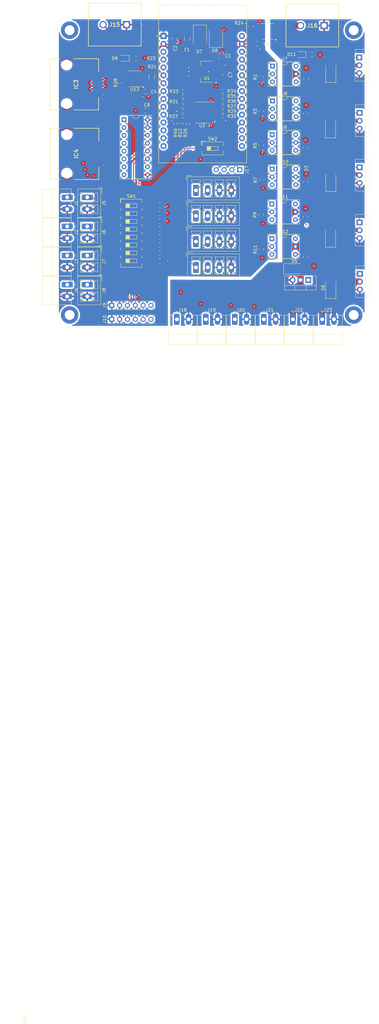
<source format=kicad_pcb>
(kicad_pcb (version 20240108) (generator "pcbnew") (generator_version "8.0")
  (title_block (title "BioReactify Master") (rev "400") (comment 1 "Controller & Measurement Board") (comment 2 "Alexis Saldivar"))
  (layers (0 "F.Cu" signal) (1 "In1.Cu" signal) (2 "In2.Cu" signal) (31 "B.Cu" power) (34 "B.Paste" user) (35 "F.Paste" user) (36 "B.SilkS" user "B.Silkscreen") (37 "F.SilkS" user "F.Silkscreen") (38 "B.Mask" user) (39 "F.Mask" user) (44 "Edge.Cuts" user))
  (net 0 "")
  (net 1 "/5v_protected")
  (net 2 "GND")
  (net 3 "+3.3V")
  (net 4 "+12V")
  (net 5 "/FETNEG0")
  (net 6 "/FETNEG1")
  (net 7 "/FETNEG2")
  (net 8 "/FETNEG3")
  (net 9 "/FETNEG4")
  (net 10 "/FETNEG5")
  (net 11 "/fuse_5v")
  (net 12 "/led_3v3")
  (net 13 "/12v_in")
  (net 14 "+5V")
  (net 21 "/CH0")
  (net 22 "/CH1")
  (net 23 "/CH2")
  (net 24 "/CH3")
  (net 25 "/CH4")
  (net 26 "/CH5")
  (net 27 "/CH6")
  (net 28 "/CH7")
  (net 29 "/SPI_DOUT")
  (net 30 "/SPI_DIN")
  (net 31 "/CS2")
  (net 32 "/SPI_CLK")
  (net 33 "/CS3")
  (net 34 "/SCL")
  (net 35 "/SDA")
  (net 36 "-12V")
  (net 37 "/PQ0")
  (net 38 "/PQ1")
  (net 39 "/PQ2")
  (net 40 "/PQ3")
  (net 41 "/PQ4")
  (net 42 "/PQ5")
  (net 43 "/SQ0")
  (net 44 "/SQ1")
  (net 45 "/SQ2")
  (net 46 "/SQ3")
  (net 47 "/SQ4")
  (net 48 "/SQ5")
  (net 49 "/analogs/ACH0")
  (net 50 "/analogs/ACH4")
  (net 51 "/analogs/ACH1")
  (net 52 "/analogs/ACH5")
  (net 53 "/analogs/ACH2")
  (net 54 "/analogs/ACH6")
  (net 55 "/analogs/ACH3")
  (net 56 "/analogs/ACH7")
  (net 57 "Net-(U6-FAULT)")
  (net 58 "Net-(U6-VIOUT)")
  (net 59 "/CS0")
  (net 60 "/CS1")
  (net 62 "/Q5")
  (net 63 "/Q1")
  (net 64 "/Q3")
  (net 66 "/Q4")
  (net 70 "/Q0")
  (net 72 "/Q2")
  (net 85 "/led_12v")
  (net 86 "/TX_P")
  (net 87 "/TX_N")
  (net 88 "/RX_N")
  (net 89 "/RX_P")
  (net 92 "/TX2")
  (net 93 "/RX2")
  (net 94 "/R0")
  (net 95 "/i2c/SC0")
  (net 96 "/i2c/SD0")
  (net 97 "/i2c/SC1")
  (net 98 "/i2c/SD1")
  (net 99 "/i2c/SC2")
  (net 100 "/i2c/SD2")
  (net 101 "/i2c/SC3")
  (net 102 "/i2c/SD3")
  (net 103 "/i2c/INT0")
  (net 104 "/i2c/INT2")
  (net 105 "/i2c/INT1")
  (net 106 "/i2c/INT3")
  (net 107 "Net-(U3-~{INT})")
  (net 108 "/D35")
  (net 109 "/D32")
  (net 110 "/D33")
  (net 111 "/D34")
  (footprint "Resistor_SMD:R_0603_1608Metric" (layer "F.Cu") (at 153.78125 77.1 180)
    (property "Reference" "R36")
    (property "Value" "10K")
  )
  (footprint "Resistor_SMD:R_0805_2012Metric" (layer "F.Cu") (at 182.7 62.1 180)
    (property "Reference" "R25" (hide yes))
    (property "Value" "550")
  )
  (footprint "Connector_Phoenix_MC:PhoenixContact_MC_1,5_2-G-3.81_1x02_P3.81mm_Horizontal" (layer "F.Cu") (at 167.1 147.6)
    (property "Reference" "J21")
    (property "Value" "Conn_01x02")
  )
  (footprint "Resistor_SMD:R_0805_2012Metric" (layer "F.Cu") (at 180.7 103.2625 90)
    (property "Reference" "R8" (hide yes))
    (property "Value" "470" (hide yes))
  )
  (footprint "Connector_Phoenix_MC:PhoenixContact_MCV_1,5_4-G-3.81_1x04_P3.81mm_Vertical" (layer "F.Cu") (at 145.1025 130.8425)
    (property "Reference" "J14" (hide yes))
    (property "Value" "Conn_01x04_Pin" (hide yes))
  )
  (footprint "Connector_Phoenix_MC:PhoenixContact_MC_1,5_2-G-3.81_1x02_P3.81mm_Horizontal" (layer "F.Cu") (at 103.4 117.6 -90)
    (property "Reference" "J2")
    (property "Value" "Conn_01x02")
  )
  (footprint "Package_TO_SOT_THT:TO-220-3_Vertical" (layer "F.Cu") (at 198.1 116.3 -90)
    (property "Reference" "Q4" (hide yes))
    (property "Value" "IRLZ44N" (hide yes))
  )
  (footprint "Diode_SMD:D_SMA" (layer "F.Cu") (at 188.8 102.8 90)
    (property "Reference" "D3")
    (property "Value" "50V 5A" (hide yes))
  )
  (footprint "Resistor_SMD:R_0805_2012Metric" (layer "F.Cu") (at 133.3675 123.6 180)
    (property "Reference" "R16" (hide yes))
    (property "Value" "10K")
  )
  (footprint "Connector_Phoenix_MC:PhoenixContact_MC_1,5_2-G-3.81_1x02_P3.81mm_Horizontal" (layer "F.Cu") (at 138.9 147.6)
    (property "Reference" "J18")
    (property "Value" "Conn_01x02")
  )
  (footprint "SamacSys_Parts:MJ5688B111HR1C" (layer "F.Cu") (at 105.7 71.685 -90)
    (property "Reference" "IC3")
    (property "Value" "MJ5688-B111-HR1-C" (hide yes))
  )
  (footprint "Resistor_SMD:R_0805_2012Metric" (layer "F.Cu") (at 180.6 114.45 90)
    (property "Reference" "R10" (hide yes))
    (property "Value" "470" (hide yes))
  )
  (footprint "Resistor_SMD:R_0805_2012Metric" (layer "F.Cu") (at 166.3 80.35 -90)
    (property "Reference" "R3")
    (property "Value" "100" (hide yes))
  )
  (footprint "Resistor_SMD:R_0603_1608Metric" (layer "F.Cu") (at 153.78125 78.8 180)
    (property "Reference" "R27")
    (property "Value" "10K")
  )
  (footprint "Resistor_SMD:R_0805_2012Metric" (layer "F.Cu") (at 180.7 92.1125 90)
    (property "Reference" "R6" (hide yes))
    (property "Value" "470" (hide yes))
  )
  (footprint "MountingHole:MountingHole_3.2mm_M3_ISO7380_Pad" (layer "F.Cu") (at 104.2 54.2)
    (property "Reference" "H2" (hide yes))
    (property "Value" "MountingHole_Pad" (hide yes))
  )
  (footprint "Resistor_SMD:R_0603_1608Metric" (layer "F.Cu") (at 153.78125 80.4 180)
    (property "Reference" "R29")
    (property "Value" "10K")
  )
  (footprint "Connector_Phoenix_MC:PhoenixContact_MCV_1,5_2-G-3.81_1x02_P3.81mm_Vertical" (layer "F.Cu") (at 109.9 108.2 -90)
    (property "Reference" "J5")
    (property "Value" "Conn_01x02")
  )
  (footprint "SamacSys_Parts:KF25C7622P" (layer "F.Cu") (at 186.62 52.7 180)
    (property "Reference" "J16")
    (property "Value" "KF25C-7.62-2P" (hide yes))
  )
  (footprint "Resistor_SMD:R_0603_1608Metric" (layer "F.Cu") (at 153.80625 82 180)
    (property "Reference" "R30")
    (property "Value" "10K")
  )
  (footprint "Capacitor_SMD:C_0805_2012Metric" (layer "F.Cu") (at 128.75 74)
    (property "Reference" "C4")
    (property "Value" "10uF" (hide yes))
  )
  (footprint "Resistor_SMD:R_0805_2012Metric" (layer "F.Cu") (at 163 53 -90)
    (property "Reference" "R24")
    (property "Value" "10K" (hide yes))
  )
  (footprint "Package_TO_SOT_THT:TO-220-3_Vertical" (layer "F.Cu") (at 198.2 132.9 -90)
    (property "Reference" "Q6" (hide yes))
    (property "Value" "IRLZ44N" (hide yes))
  )
  (footprint "Resistor_SMD:R_0805_2012Metric" (layer "F.Cu") (at 133.3675 113.4 180)
    (property "Reference" "R15" (hide yes))
    (property "Value" "150")
  )
  (footprint "Connector_Phoenix_MC:PhoenixContact_MCV_1,5_2-G-3.81_1x02_P3.81mm_Vertical" (layer "F.Cu") (at 109.9 127 -90)
    (property "Reference" "J7")
    (property "Value" "Conn_01x02")
  )
  (footprint "Connector_Phoenix_MC:PhoenixContact_MCV_1,5_4-G-3.81_1x04_P3.81mm_Vertical" (layer "F.Cu") (at 145.09 114.2)
    (property "Reference" "J12" (hide yes))
    (property "Value" "Conn_01x04_Pin" (hide yes))
  )
  (footprint "MountingHole:MountingHole_3.2mm_M3_ISO7380_Pad" (layer "F.Cu") (at 104.2 146.2)
    (property "Reference" "H1" (hide yes))
    (property "Value" "MountingHole_Pad" (hide yes))
  )
  (footprint "Resistor_SMD:R_0805_2012Metric" (layer "F.Cu") (at 133.3675 110.9 180)
    (property "Reference" "R13" (hide yes))
    (property "Value" "150")
  )
  (footprint "Resistor_SMD:R_0805_2012Metric" (layer "F.Cu") (at 166.3 91.4 -90)
    (property "Reference" "R5")
    (property "Value" "100" (hide yes))
  )
  (footprint "Resistor_SMD:R_0603_1608Metric" (layer "F.Cu") (at 140.88125 75.6)
    (property "Reference" "R32" (hide yes))
    (property "Value" "10K")
  )
  (footprint "Resistor_SMD:R_0603_1608Metric" (layer "F.Cu") (at 139.98125 84.4 -90)
    (property "Reference" "R22")
    (property "Value" "10K")
  )
  (footprint "Resistor_SMD:R_0603_1608Metric" (layer "F.Cu") (at 153.78125 73.9 180)
    (property "Reference" "R34")
    (property "Value" "10K")
  )
  (footprint "Package_DIP:DIP-6_W7.62mm_Socket" (layer "F.Cu") (at 169.9 77.05)
    (property "Reference" "U8")
    (property "Value" "4N25")
  )
  (footprint "LED_SMD:LED_0805_2012Metric" (layer "F.Cu") (at 179.06 62.1 180)
    (property "Reference" "D11")
    (property "Value" "LED" (hide yes))
  )
  (footprint "Package_TO_SOT_THT:TO-220-3_Vertical" (layer "F.Cu") (at 198.1 98.5 -90)
    (property "Reference" "Q3" (hide yes))
    (property "Value" "IRLZ44N" (hide yes))
  )
  (footprint "Resistor_SMD:R_0805_2012Metric" (layer "F.Cu") (at 166.3 124.95 -90)
    (property "Reference" "R11")
    (property "Value" "100" (hide yes))
  )
  (footprint "Connector_PinHeader_2.54mm:PinHeader_1x06_P2.54mm_Vertical" (layer "F.Cu") (at 117.84 143.1 90)
    (property "Reference" "J9")
    (property "Value" "Conn_01x06_Pin" (hide yes))
  )
  (footprint "Resistor_SMD:R_0603_1608Metric" (layer "F.Cu") (at 138.38125 84.4 -90)
    (property "Reference" "R40")
    (property "Value" "10K")
  )
  (footprint "Resistor_SMD:R_0603_1608Metric" (layer "F.Cu") (at 153.78125 75.5 180)
    (property "Reference" "R35")
    (property "Value" "10K")
  )
  (footprint "Capacitor_SMD:C_0805_2012Metric" (layer "F.Cu") (at 152.5625 62.6375)
    (property "Reference" "C1")
    (property "Value" "100nF" (hide yes))
  )
  (footprint "Resistor_SMD:R_0805_2012Metric" (layer "F.Cu") (at 133.3675 126.2 180)
    (property "Reference" "R18" (hide yes))
    (property "Value" "10K")
  )
  (footprint "Resistor_SMD:R_0805_2012Metric" (layer "F.Cu") (at 133.3675 128.7 180)
    (property "Reference" "R20" (hide yes))
    (property "Value" "10K")
  )
  (footprint "Diode_SMD:D_SMA" (layer "F.Cu") (at 188.8 137.4 90)
    (property "Reference" "D6")
    (property "Value" "50V 5A" (hide yes))
  )
  (footprint "Connector_Phoenix_MC:PhoenixContact_MC_1,5_2-G-3.81_1x02_P3.81mm_Horizontal" (layer "F.Cu") (at 157.7 147.6)
    (property "Reference" "J20")
    (property "Value" "Conn_01x02")
  )
  (footprint "Package_SO:SOIC-8_3.9x4.9mm_P1.27mm" (layer "F.Cu") (at 168.3 54.6 180)
    (property "Reference" "U6")
    (property "Value" "ACS712xLCBTR-030B3" (hide yes))
  )
  (footprint "Resistor_SMD:R_0805_2012Metric" (layer "F.Cu") (at 166.4 102.5625 -90)
    (property "Reference" "R7")
    (property "Value" "100" (hide yes))
  )
  (footprint "Package_DIP:DIP-6_W7.62mm_Socket" (layer "F.Cu") (at 169.9 65.8)
    (property "Reference" "U7")
    (property "Value" "4N25")
  )
  (footprint "Resistor_SMD:R_0603_1608Metric" (layer "F.Cu") (at 140.88125 82)
    (property "Reference" "R37")
    (property "Value" "10K")
  )
  (footprint "Package_TO_SOT_THT:TO-220-3_Vertical" (layer "F.Cu") (at 198 63 -90)
    (property "Reference" "Q1" (hide yes))
    (property "Value" "IRLZ44N" (hide yes))
  )
  (footprint "Connector_Phoenix_MC:PhoenixContact_MC_1,5_2-G-3.81_1x02_P3.81mm_Horizontal" (layer "F.Cu") (at 176.5 147.6)
    (property "Reference" "J22")
    (property "Value" "Conn_01x02")
  )
  (footprint "Connector_PinHeader_2.54mm:PinHeader_1x04_P2.54mm_Vertical" (layer "F.Cu") (at 159.3 99.3 -90)
    (property "Reference" "J17")
    (property "Value" "Conn_01x04_Pin")
  )
  (footprint "Connector_Phoenix_MC:PhoenixContact_MC_1,5_2-G-3.81_1x02_P3.81mm_Horizontal" (layer "F.Cu") (at 103.4 127 -90)
    (property "Reference" "J3")
    (property "Value" "Conn_01x02")
  )
  (footprint "Package_DIP:DIP-6_W7.62mm_Socket" (layer "F.Cu") (at 169.8 99.05)
    (property "Reference" "U10")
    (property "Value" "4N25")
  )
  (footprint "Package_TO_SOT_SMD:SOT-223-3_TabPin2" (layer "F.Cu") (at 148.5 67.6 180)
    (property "Reference" "U1")
    (property "Value" "LD1117S33TR_SOT223" (hide yes))
  )
  (footprint "Fuse:Fuse_1206_3216Metric" (layer "F.Cu") (at 142.3 57 -90)
    (property "Reference" "F1")
    (property "Value" "6V 1.5A" (hide yes))
  )
  (footprint "Resistor_SMD:R_0805_2012Metric" (layer "F.Cu") (at 125.8 63.3 180)
    (property "Reference" "R23")
    (property "Value" "100" (hide yes))
  )
  (footprint "Package_DIP:DIP-6_W7.62mm_Socket" (layer "F.Cu") (at 169.7 110.35)
    (property "Reference" "U11")
    (property "Value" "4N25")
  )
  (footprint "Button_Switch_SMD:SW_DIP_SPSTx01_Slide_6.7x4.1mm_W8.61mm_P2.54mm_LowProfile" (layer "F.Cu") (at 150.5 92.4)
    (property "Reference" "SW2")
    (property "Value" "SW_DIP_x01" (hide yes))
  )
  (footprint "Diode_SMD:D_SMB" (layer "F.Cu") (at 146.4 56.2 -90)
    (property "Reference" "D7")
    (property "Value" "50V 2A" (hide yes))
  )
  (footprint "Resistor_SMD:R_0603_1608Metric" (layer "F.Cu") (at 141.58125 84.4 -90)
    (property "Reference" "R26")
    (property "Value" "10K")
  )
  (footprint "Package_TO_SOT_THT:TO-220-3_Vertical" (layer "F.Cu") (at 198.1 80.9 -90)
    (property "Reference" "Q2" (hide yes))
    (property "Value" "IRLZ44N" (hide yes))
  )
  (footprint "Capacitor_SMD:C_0805_2012Metric" (layer "F.Cu") (at 138.2 56.95 -90)
    (property "Reference" "C2")
    (property "Value" "10uF" (hide yes))
  )
  (footprint "Package_SO:SOIC-8_3.9x4.9mm_P1.27mm" (layer "F.Cu") (at 125.275 69.905 180)
    (property "Reference" "U13")
    (property "Value" "MAX3490xSA")
  )
  (footprint "Connector_Phoenix_MC:PhoenixContact_MCV_1,5_2-G-3.81_1x02_P3.81mm_Vertical" (layer "F.Cu") (at 109.9 117.6 -90)
    (property "Reference" "J6")
    (property "Value" "Conn_01x02")
  )
  (footprint "Button_Switch_SMD:SW_DIP_SPSTx08_Slide_6.7x21.88mm_W8.61mm_P2.54mm_LowProfile" (layer "F.Cu") (at 124.2 119.8)
    (property "Reference" "SW1")
    (property "Value" "SW_DIP_x08" (hide yes))
  )
  (footprint "Capacitor_SMD:C_0805_2012Metric" (layer "F.Cu") (at 128.65 80.2 180)
    (property "Reference" "C3")
    (property "Value" "10uF" (hide yes))
  )
  (footprint "Diode_SMD:D_SMB" (layer "F.Cu") (at 151.6 56.1 90)
    (property "Reference" "D8")
    (property "Value" "5.1V" (hide yes))
  )
  (footprint "Connector_PinHeader_2.54mm:PinHeader_1x06_P2.54mm_Vertical" (layer "F.Cu") (at 117.84 147.6 90)
    (property "Reference" "J10")
    (property "Value" "Conn_01x06_Pin" (hide yes))
  )
  (footprint "Resistor_SMD:R_0805_2012Metric" (layer "F.Cu") (at 180.7 81.15 90)
    (property "Reference" "R4" (hide yes))
    (property "Value" "470" (hide yes))
  )
  (footprint "Capacitor_SMD:C_0805_2012Metric" (layer "F.Cu") (at 154.6 68.55 -90)
    (property "Reference" "C7")
    (property "Value" "10uF" (hide yes))
  )
  (footprint "Diode_SMD:D_SMA" (layer "F.Cu") (at 177 131.3)
    (property "Reference" "D5")
    (property "Value" "50V 5A" (hide yes))
  )
  (footprint "other:MODULE_ESP32_DEVKIT_V1" (layer "F.Cu") (at 147.3 71.6)
    (property "Reference" "U5" (hide yes))
    (property "Value" "ESP32-DEVKIT-V1" (hide yes))
  )
  (footprint "Connector_Phoenix_MC:PhoenixContact_MC_1,5_2-G-3.81_1x02_P3.81mm_Horizontal" (layer "F.Cu") (at 103.4 136.4 -90)
    (property "Reference" "J4")
    (property "Value" "Conn_01x02")
  )
  (footprint "Resistor_SMD:R_0603_1608Metric" (layer "F.Cu") (at 140.88125 77.2)
    (property "Reference" "R31")
    (property "Value" "10K")
  )
  (footprint "Package_DIP:DIP-6_W7.62mm_Socket" (layer "F.Cu") (at 169.8 87.95)
    (property "Reference" "U9")
    (property "Value" "4N25")
  )
  (footprint "Package_SO:TSSOP-20_4.4x6.5mm_P0.65mm" (layer "F.Cu") (at 147.09375 80.8 180)
    (property "Reference" "U3")
    (property "Value" "TCA9544A")
  )
  (footprint "MountingHole:MountingHole_3.2mm_M3_ISO7380_Pad" (layer "F.Cu") (at 196.2 146.2)
    (property "Reference" "H4" (hide yes))
    (property "Value" "MountingHole_Pad" (hide yes))
  )
  (footprint "Capacitor_SMD:C_0805_2012Metric" (layer "F.Cu") (at 164.8 58.6 180)
    (property "Reference" "C6")
    (property "Value" "10uF" (hide yes))
  )
  (footprint "Resistor_SMD:R_1206_3216Metric_Pad1.30x1.75mm_HandSolder" (layer "F.Cu") (at 130.8 69.25 -90)
    (property "Reference" "R21")
    (property "Value" "0")
  )
  (footprint "Resistor_SMD:R_0805_2012Metric" (layer "F.Cu") (at 180.6 127.45 -90)
    (property "Reference" "R12")
    (property "Value" "470" (hide yes))
  )
  (footprint "Resistor_SMD:R_0603_1608Metric" (layer "F.Cu") (at 140.88125 74)
    (property "Reference" "R33")
    (property "Value" "10K")
  )
  (footprint "Connector_Phoenix_MC:PhoenixContact_MC_1,5_2-G-3.81_1x02_P3.81mm_Horizontal" (layer "F.Cu") (at 148.3 147.6)
    (property "Reference" "J19")
    (property "Value" "Conn_01x02")
  )
  (footprint "Connector_Phoenix_MC:PhoenixContact_MC_1,5_2-G-3.81_1x02_P3.81mm_Horizontal" (layer "F.Cu") (at 186 147.6)
    (property "Reference" "J23")
    (property "Value" "Conn_01x02")
  )
  (footprint "Resistor_SMD:R_0805_2012Metric" (layer "F.Cu") (at 133.3675 118.5 180)
    (property "Reference" "R19" (hide yes))
    (property "Value" "10K")
  )
  (footprint "Package_DIP:DIP-16_W7.62mm_Socket" (layer "F.Cu") (at 121.8 83.1)
    (property "Reference" "U2" (hide yes))
    (property "Value" "MCP3208")
  )
  (footprint "Connector_Phoenix_MC:PhoenixContact_MC_1,5_2-G-3.81_1x02_P3.81mm_Horizontal" (layer "F.Cu") (at 103.4 108.2 -90)
    (property "Reference" "J1")
    (property "Value" "Conn_01x02")
  )
  (footprint "Diode_SMD:D_SMA" (layer "F.Cu") (at 188.7 120.8 90)
    (property "Reference" "D4" (hide yes))
    (property "Value" "50V 5A" (hide yes))
  )
  (footprint "Package_TO_SOT_THT:TO-220-3_Vertical" (layer "F.Cu") (at 181.5 134.9 180)
    (property "Reference" "Q5" (hide yes))
    (property "Value" "IRLZ44N" (hide yes))
  )
  (footprint "SamacSys_Parts:KF25C7622P" (layer "F.Cu") (at 122.62 52.4 180)
    (property "Reference" "J15")
    (property "Value" "KF25C-7.62-2P" (hide yes))
  )
  (footprint "Resistor_SMD:R_0603_1608Metric" (layer "F.Cu") (at 140.88125 78.8)
    (property "Reference" "R39" (hide yes))
    (property "Value" "10K")
  )
  (footprint "Resistor_SMD:R_0603_1608Metric" (layer "F.Cu") (at 140.88125 80.4)
    (property "Reference" "R38" (hide yes))
    (property "Value" "10K")
  )
  (footprint "Package_DIP:DIP-6_W7.62mm_Socket" (layer "F.Cu") (at 169.7 121.55)
    (property "Reference" "U12")
    (property "Value" "4N25")
  )
  (footprint "Resistor_SMD:R_0805_2012Metric" (layer "F.Cu") (at 180.8 69.9625 90)
    (property "Reference" "R2" (hide yes))
    (property "Value" "470" (hide yes))
  )
  (footprint "Resistor_SMD:R_0805_2012Metric" (layer "F.Cu") (at 166.2 113.8 -90)
    (property "Reference" "R9")
    (property "Value" "100" (hide yes))
  )
  (footprint "MountingHole:MountingHole_3.2mm_M3_ISO7380_Pad" (layer "F.Cu") (at 196.2 54.2)
    (property "Reference" "H3" (hide yes))
    (property "Value" "MountingHole_Pad" (hide yes))
  )
  (footprint "Resistor_SMD:R_0603_1608Metric" (layer "F.Cu") (at 120.5 71.2125 90)
    (property "Reference" "R28")
    (property "Value" "120")
  )
  (footprint "Resistor_SMD:R_0805_2012Metric" (layer "F.Cu") (at 133.3675 121 180)
    (property "Reference" "R14" (hide yes))
    (property "Value" "10K")
  )
  (footprint "Connector_Phoenix_MC:PhoenixContact_MCV_1,5_4-G-3.81_1x04_P3.81mm_Vertical" (layer "F.Cu") (at 145.1025 105.9375)
    (property "Reference" "J11" (hide yes))
    (property "Value" "Conn_01x04_Pin" (hide yes))
  )
  (footprint "Diode_SMD:D_SMA" (layer "F.Cu") (at 188.8 67.6 90)
    (property "Reference" "D1" (hide yes))
    (property "Value" "50V 5A" (hide yes))
  )
  (footprint "SamacSys_Parts:MJ5688B111HR1C" (layer "F.Cu") (at 105.775 94.16 -90)
    (property "Reference" "IC4")
    (property "Value" "MJ5688-B111-HR1-C" (hide yes))
  )
  (footprint "Resistor_SMD:R_0805_2012Metric" (layer "F.Cu") (at 133.3675 116 180)
    (property "Reference" "R17" (hide yes))
    (property "Value" "150")
  )
  (footprint "Diode_SMD:D_SMA" (layer "F.Cu") (at 188.7 85.5 90)
    (property "Reference" "D2" (hide yes))
    (property "Value" "50V 5A" (hide yes))
  )
  (footprint "Connector_Phoenix_MC:PhoenixContact_MCV_1,5_4-G-3.81_1x04_P3.81mm_Vertical" (layer "F.Cu") (at 145.09 122.5)
    (property "Reference" "J13" (hide yes))
    (property "Value" "Conn_01x04_Pin" (hide yes))
  )
  (footprint "Connector_Phoenix_MC:PhoenixContact_MCV_1,5_2-G-3.81_1x02_P3.81mm_Vertical" (layer "F.Cu") (at 109.9 136.4 -90)
    (property "Reference" "J8")
    (property "Value" "Conn_01x02")
  )
  (footprint "Resistor_SMD:R_0805_2012Metric" (layer "F.Cu") (at 166.3 69.2625 -90)
    (property "Reference" "R1")
    (property "Value" "100" (hide yes))
  )
  (footprint "LED_SMD:LED_0805_2012Metric" (layer "F.Cu") (at 121.8 63.3 180)
    (property "Reference" "D9")
    (property "Value" "LED" (hide yes))
  )
  (gr_line (start 103.2 50.2) (end 197.2 50.2) (stroke (width 0.05)) (layer "Edge.Cuts"))
  (gr_line (start 100.2 147.2) (end 100.2 53.2) (stroke (width 0.05)) (layer "Edge.Cuts"))
  (gr_arc (start 200.2 147.2) (mid 199.32132 149.32132) (end 197.2 150.2) (stroke (width 0.05)) (layer "Edge.Cuts"))
  (gr_arc (start 103.2 150.2) (mid 101.07868 149.32132) (end 100.2 147.2) (stroke (width 0.05)) (layer "Edge.Cuts"))
  (gr_arc (start 100.2 53.2) (mid 101.07868 51.07868) (end 103.2 50.2) (stroke (width 0.05)) (layer "Edge.Cuts"))
  (gr_arc (start 197.2 50.2) (mid 199.32132 51.07868) (end 200.2 53.2) (stroke (width 0.05)) (layer "Edge.Cuts"))
  (gr_line (start 197.2 150.2) (end 103.2 150.2) (stroke (width 0.05)) (layer "Edge.Cuts"))
  (gr_line (start 200.2 53.2) (end 200.2 147.2) (stroke (width 0.05)) (layer "Edge.Cuts"))
  (segment (start 151.6 58.25) (end 151.6 58.4) (width 0.4) (layer "F.Cu") (net 1))
  (segment (start 146.4 54.05) (end 147.4 54.05) (width 0.4) (layer "F.Cu") (net 1))
  (segment (start 151.6125 65.2625) (end 151.65 65.3) (width 0.4) (layer "F.Cu") (net 1))
  (segment (start 147.4 54.05) (end 151.6 58.25) (width 0.4) (layer "F.Cu") (net 1))
  (segment (start 151.6125 62.6375) (end 151.6125 65.2625) (width 0.4) (layer "F.Cu") (net 1))
  (segment (start 151.6125 58.4125) (end 151.6125 62.6375) (width 0.4) (layer "F.Cu") (net 1))
  (segment (start 151.6 58.4) (end 151.6125 58.4125) (width 0.4) (layer "F.Cu") (net 1))
  (segment (start 166.3 125.8625) (end 166.3 127.35) (width 0.4) (layer "F.Cu") (net 2))
  (segment (start 153.5125 62.6375) (end 153.5125 61.0875) (width 0.4) (layer "F.Cu") (net 2))
  (segment (start 163.85 58.6) (end 160.025 58.6) (width 0.4) (layer "F.Cu") (net 2))
  (segment (start 126.7125 63.3) (end 128.3 63.3) (width 0.4) (layer "F.Cu") (net 2))
  (segment (start 135.7 116) (end 135.8 115.9) (width 0.4) (layer "F.Cu") (net 2))
  (segment (start 166.3 81.2625) (end 166.3 82.55) (width 0.4) (layer "F.Cu") (net 2))
  (segment (start 138.2 57.9) (end 139.5 57.9) (width 0.4) (layer "F.Cu") (net 2))
  (segment (start 149.95625 83.725) (end 149.95625 84.85625) (width 0.4) (layer "F.Cu") (net 2))
  (segment (start 149.95625 84.85625) (end 150.1 85) (width 0.4) (layer "F.Cu") (net 2))
  (segment (start 166.3 93.55) (end 166.6 93.85) (width 0.4) (layer "F.Cu") (net 2))
  (segment (start 113.205 73.215) (end 111.015 73.215) (width 0.4) (layer "F.Cu") (net 2))
  (segment (start 128.3 63.3) (end 128.5 63.1) (width 0.4) (layer "F.Cu") (net 2))
  (segment (start 149.95625 76.74375) (end 150 76.7) (width 0.4) (layer "F.Cu") (net 2))
  (segment (start 160.025 58.6) (end 160 58.625) (width 0.4) (layer "F.Cu") (net 2))
  (segment (start 134.28 110.9) (end 135.6 110.9) (width 0.4) (layer "F.Cu") (net 2))
  (segment (start 166.3 82.55) (end 166.6 82.85) (width 0.4) (layer "F.Cu") (net 2))
  (segment (start 165.825 51.425) (end 165.8 51.4) (width 0.4) (layer "F.Cu") (net 2))
  (segment (start 135.6 110.9) (end 135.8 111.1) (width 0.4) (layer "F.Cu") (net 2))
  (segment (start 166.2 114.7125) (end 166.2 116.05) (width 0.4) (layer "F.Cu") (net 2))
  (segment (start 134.28 113.4) (end 135.7 113.4) (width 0.4) (layer "F.Cu") (net 2))
  (segment (start 115.595 72.195) (end 115.6 72.2) (width 0.4) (layer "F.Cu") (net 2))
  (segment (start 135.7 113.4) (end 135.8 113.3) (width 0.4) (layer "F.Cu") (net 2))
  (segment (start 113.205 72.195) (end 115.595 72.195) (width 0.4) (layer "F.Cu") (net 2))
  (segment (start 166.4 104.85) (end 166.8 105.25) (width 0.4) (layer "F.Cu") (net 2))
  (segment (start 129.7 74) (end 129.7 75.7) (width 0.4) (layer "F.Cu") (net 2))
  (segment (start 166.4 103.475) (end 166.4 104.85) (width 0.4) (layer "F.Cu") (net 2))
  (segment (start 115.555 70.155) (end 115.6 70.2) (width 0.4) (layer "F.Cu") (net 2))
  (segment (start 154.2 69.9) (end 154.6 69.5) (width 0.4) (layer "F.Cu") (net 2))
  (segment (start 149.95625 77.875) (end 149.95625 76.74375) (width 0.4) (layer "F.Cu") (net 2))
  (segment (start 134.775 58.8) (end 134.6 58.625) (width 0.4) (layer "F.Cu") (net 2))
  (segment (start 134.28 116) (end 135.7 116) (width 0.4) (layer "F.Cu") (net 2))
  (segment (start 166.3 92.3125) (end 166.3 93.55) (width 0.4) (layer "F.Cu") (net 2))
  (segment (start 165.825 52.695) (end 165.825 51.425) (width 0.4) (layer "F.Cu") (net 2))
  (segment (start 134.28 116) (end 134.28 113.4) (width 0.4) (layer "F.Cu") (net 2))
  (segment (start 127.3 80.2) (end 125.6 80.2) (width 0.4) (layer "F.Cu") (net 2))
  (segment (start 134.28 110.9) (end 134.28 113.4) (width 0.4) (layer "F.Cu") (net 2))
  (segment (start 151.65 69.9) (end 154.2 69.9) (width 0.4) (layer "F.Cu") (net 2))
  (segment (start 154.15 53.95) (end 154.2 54) (width 0.4) (layer "F.Cu") (net 2))
  (segment (start 111.015 73.215) (end 110.9 73.1) (width 0.4) (layer "F.Cu") (net 2))
  (segment (start 166.3 127.35) (end 166.6 127.65) (width 0.4) (layer "F.Cu") (net 2))
  (segment (start 110.925 71.175) (end 110.9 71.2) (width 0.4) (layer "F.Cu") (net 2))
  (segment (start 127.75 66.55) (end 127.7 66.5) (width 0.4) (layer "F.Cu") (net 2))
  (segment (start 137.3 58.8) (end 134.775 58.8) (width 0.4) (layer "F.Cu") (net 2))
  (segment (start 139.5 57.9) (end 139.6 58) (width 0.4) (layer "F.Cu") (net 2))
  (segment (start 166.3 70.175) (end 166.3 71.55) (width 0.4) (layer "F.Cu") (net 2))
  (segment (start 113.205 71.175) (end 110.925 71.175) (width 0.4) (layer "F.Cu") (net 2))
  (segment (start 138.2 57.9) (end 137.3 58.8) (width 0.4) (layer "F.Cu") (net 2))
  (segment (start 166.3 71.55) (end 166.4 71.65) (width 0.4) (layer "F.Cu") (net 2))
  (segment (start 166.2 116.05) (end 166.8 116.65) (width 0.4) (layer "F.Cu") (net 2))
  (segment (start 113.205 70.155) (end 115.555 70.155) (width 0.4) (layer "F.Cu") (net 2))
  (segment (start 151.65 69.9) (end 151.65 72.35) (width 0.4) (layer "F.Cu") (net 2))
  (segment (start 127.75 68) (end 127.75 66.55) (width 0.4) (layer "F.Cu") (net 2))
  (segment (start 151.6 53.95) (end 154.15 53.95) (width 0.4) (layer "F.Cu") (net 2))
  (segment (start 120.38 143.1) (end 120.38 147.6) (width 0.4) (layer "F.Cu") (net 2))
  (segment (start 153.5125 61.0875) (end 153.6 61) (width 0.4) (layer "F.Cu") (net 2))
  (via (at 166.8 116.65) (size 0.6) (drill 0.3) (layers "F.Cu" "B.Cu") (net 2))
  (via (at 109.2 99.2) (size 0.6) (drill 0.3) (layers "F.Cu" "B.Cu") (net 2))
  (via (at 108.6 97.2) (size 0.6) (drill 0.3) (layers "F.Cu" "B.Cu") (net 2))
  (via (at 129.7 75.7) (size 0.6) (drill 0.3) (layers "F.Cu" "B.Cu") (net 2))
  (via (at 112 101.3) (size 0.6) (drill 0.3) (layers "F.Cu" "B.Cu") (net 2))
  (via (at 110.9 71.2) (size 0.6) (drill 0.3) (layers "F.Cu" "B.Cu") (net 2))
  (via (at 165.8 51.4) (size 0.6) (drill 0.3) (layers "F.Cu" "B.Cu") (net 2))
  (via (at 166.6 82.85) (size 0.6) (drill 0.3) (layers "F.Cu" "B.Cu") (net 2))
  (via (at 135.8 113.3) (size 0.6) (drill 0.3) (layers "F.Cu" "B.Cu") (net 2))
  (via (at 128.5 63.1) (size 0.6) (drill 0.3) (layers "F.Cu" "B.Cu") (net 2))
  (via (at 127.7 66.5) (size 0.6) (drill 0.3) (layers "F.Cu" "B.Cu") (net 2))
  (via (at 153.6 61) (size 0.6) (drill 0.3) (layers "F.Cu" "B.Cu") (net 2))
  (via (at 166.6 127.65) (size 0.6) (drill 0.3) (layers "F.Cu" "B.Cu") (net 2))
  (via (at 151.65 72.35) (size 0.6) (drill 0.3) (layers "F.Cu" "B.Cu") (net 2))
  (via (at 150.1 85) (size 0.6) (drill 0.3) (layers "F.Cu" "B.Cu") (net 2))
  (via (at 166.6 93.85) (size 0.6) (drill 0.3) (layers "F.Cu" "B.Cu") (net 2))
  (via (at 110.9 73.1) (size 0.6) (drill 0.3) (layers "F.Cu" "B.Cu") (net 2))
  (via (at 139.6 58) (size 0.6) (drill 0.3) (layers "F.Cu" "B.Cu") (net 2))
  (via (at 146.6 95.9) (size 0.6) (drill 0.3) (layers "F.Cu" "B.Cu") (net 2))
  (via (at 126 140.4) (size 0.6) (drill 0.3) (layers "F.Cu" "B.Cu") (net 2))
  (via (at 150 76.7) (size 0.6) (drill 0.3) (layers "F.Cu" "B.Cu") (net 2))
  (via (at 135.8 111.1) (size 0.6) (drill 0.3) (layers "F.Cu" "B.Cu") (net 2))
  (via (at 166.4 71.65) (size 0.6) (drill 0.3) (layers "F.Cu" "B.Cu") (net 2))
  (via (at 125.6 80.2) (size 0.6) (drill 0.3) (layers "F.Cu" "B.Cu") (net 2))
  (via (at 110 101) (size 0.6) (drill 0.3) (layers "F.Cu" "B.Cu") (net 2))
  (via (at 166.8 105.25) (size 0.6) (drill 0.3) (layers "F.Cu" "B.Cu") (net 2))
  (via (at 123.9 140.3) (size 0.6) (drill 0.3) (layers "F.Cu" "B.Cu") (net 2))
  (via (at 154.2 54) (size 0.6) (drill 0.3) (layers "F.Cu" "B.Cu") (net 2))
  (via (at 135.8 115.9) (size 0.6) (drill 0.3) (layers "F.Cu" "B.Cu") (net 2))
  (via (at 115.6 72.2) (size 0.6) (drill 0.3) (layers "F.Cu" "B.Cu") (net 2))
  (via (at 115.6 70.2) (size 0.6) (drill 0.3) (layers "F.Cu" "B.Cu") (net 2))
  (segment (start 151.65 67.6) (end 149.2 67.6) (width 0.4) (layer "F.Cu") (net 3))
  (segment (start 129.42 85.64) (end 129.42 83.1) (width 0.4) (layer "F.Cu") (net 3))
  (segment (start 120.8625 63.3) (end 119.1 63.3) (width 0.4) (layer "F.Cu") (net 3))
  (segment (start 142.8 67.6) (end 145.35 67.6) (width 0.4) (layer "F.Cu") (net 3))
  (segment (start 165.75 58.6) (end 165.75 56.58) (width 0.4) (layer "F.Cu") (net 3))
  (segment (start 138.38125 83.575) (end 137.275 83.575) (width 0.4) (layer "F.Cu") (net 3))
  (segment (start 142.8 66.3) (end 144.05 66.3) (width 0.4) (layer "F.Cu") (net 3))
  (segment (start 127.8 71.86) (end 127.75 71.81) (width 0.4) (layer "F.Cu") (net 3))
  (segment (start 127.8 74) (end 127.8 75.7) (width 0.4) (layer "F.Cu") (net 3))
  (segment (start 144.23125 83.725) (end 143.875 83.725) (width 0.4) (layer "F.Cu") (net 3))
  (segment (start 134.28 128.7) (end 136 128.7) (width 0.4) (layer "F.Cu") (net 3))
  (segment (start 144.05 66.3) (end 145.35 67.6) (width 0.4) (layer "F.Cu") (net 3))
  (segment (start 137.275 83.575) (end 137.2 83.5) (width 0.4) (layer "F.Cu") (net 3))
  (segment (start 144.05 68.9) (end 145.35 67.6) (width 0.4) (layer "F.Cu") (net 3))
  (segment (start 154.60625 73.9) (end 154.60625 81.975) (width 0.4) (layer "F.Cu") (net 3))
  (segment (start 127.8 74) (end 127.8 71.86) (width 0.4) (layer "F.Cu") (net 3))
  (segment (start 117.84 143.1) (end 117.84 147.6) (width 0.4) (layer "F.Cu") (net 3))
  (segment (start 163 52.0875) (end 161.2875 52.0875) (width 0.4) (layer "F.Cu") (net 3))
  (segment (start 154.63125 83.33125) (end 154.7 83.4) (width 0.4) (layer "F.Cu") (net 3))
  (segment (start 140.05625 74) (end 140.05625 82) (width 0.4) (layer "F.Cu") (net 3))
  (segment (start 154.6 67.6) (end 154.6 65.6) (width 0.4) (layer "F.Cu") (net 3))
  (segment (start 142.8 68.9) (end 144.05 68.9) (width 0.4) (layer "F.Cu") (net 3))
  (segment (start 134.28 118.5) (end 134.28 128.7) (width 0.4) (layer "F.Cu") (net 3))
  (segment (start 154.63125 82) (end 154.63125 83.33125) (width 0.4) (layer "F.Cu") (net 3))
  (segment (start 129.6 80.2) (end 129.6 82.92) (width 0.4) (layer "F.Cu") (net 3))
  (segment (start 165.75 56.58) (end 165.825 56.505) (width 0.4) (layer "F.Cu") (net 3))
  (segment (start 138.2 56) (end 134.685 56) (width 0.4) (layer "F.Cu") (net 3))
  (segment (start 165.75 58.6) (end 165.75 60.25) (width 0.4) (layer "F.Cu") (net 3))
  (segment (start 161.2875 52.0875) (end 161.2 52) (width 0.4) (layer "F.Cu") (net 3))
  (segment (start 129.6 82.92) (end 129.42 83.1) (width 0.4) (layer "F.Cu") (net 3))
  (segment (start 140.05625 80.4) (end 138.9 80.4) (width 0.4) (layer "F.Cu") (net 3))
  (segment (start 141.58125 83.575) (end 139.98125 83.575) (width 0.4) (layer "F.Cu") (net 3))
  (segment (start 151.65 67.6) (end 154.6 67.6) (width 0.4) (layer "F.Cu") (net 3))
  (segment (start 154.60625 81.975) (end 154.63125 82) (width 0.4) (layer "F.Cu") (net 3))
  (segment (start 143.875 83.725) (end 143.1 84.5) (width 0.4) (layer "F.Cu") (net 3))
  (segment (start 129.6 80.2) (end 129.6 78.4) (width 0.4) (layer "F.Cu") (net 3))
  (segment (start 134.685 56) (end 134.6 56.085) (width 0.4) (layer "F.Cu") (net 3))
  (segment (start 139.98125 83.575) (end 138.38125 83.575) (width 0.4) (layer "F.Cu") (net 3))
  (segment (start 165.75 60.25) (end 165.8 60.3) (width 0.4) (layer "F.Cu") (net 3))
  (via (at 127.8 75.7) (size 0.6) (drill 0.3) (layers "F.Cu" "B.Cu") (net 3))
  (via (at 138.9 80.4) (size 0.6) (drill 0.3) (layers "F.Cu" "B.Cu") (net 3))
  (via (at 154.6 65.6) (size 0.6) (drill 0.3) (layers "F.Cu" "B.Cu") (net 3))
  (via (at 142.8 68.9) (size 0.6) (drill 0.3) (layers "F.Cu" "B.Cu") (net 3))
  (via (at 149.2 67.6) (size 0.6) (drill 0.3) (layers "F.Cu" "B.Cu") (net 3))
  (via (at 142.8 67.6) (size 0.6) (drill 0.3) (layers "F.Cu" "B.Cu") (net 3))
  (via (at 119.1 63.3) (size 0.6) (drill 0.3) (layers "F.Cu" "B.Cu") (net 3))
  (via (at 129.6 78.4) (size 0.6) (drill 0.3) (layers "F.Cu" "B.Cu") (net 3))
  (via (at 165.8 60.3) (size 0.6) (drill 0.3) (layers "F.Cu" "B.Cu") (net 3))
  (via (at 143.1 84.5) (size 0.6) (drill 0.3) (layers "F.Cu" "B.Cu") (net 3))
  (via (at 142.8 66.3) (size 0.6) (drill 0.3) (layers "F.Cu" "B.Cu") (net 3))
  (via (at 137.2 83.5) (size 0.6) (drill 0.3) (layers "F.Cu" "B.Cu") (net 3))
  (via (at 136 128.7) (size 0.6) (drill 0.3) (layers "F.Cu" "B.Cu") (net 3))
  (via (at 161.2 52) (size 0.6) (drill 0.3) (layers "F.Cu" "B.Cu") (net 3))
  (via (at 154.7 83.4) (size 0.6) (drill 0.3) (layers "F.Cu" "B.Cu") (net 3))
  (segment (start 183.7 87.5) (end 181.4 85.2) (width 2) (layer "F.Cu") (net 4))
  (segment (start 175 73.9) (end 175 84.8) (width 2) (layer "F.Cu") (net 4))
  (segment (start 188.8 104.8) (end 188.8 106.8) (width 2) (layer "F.Cu") (net 4))
  (segment (start 175.39 112.89) (end 175 112.5) (width 2) (layer "F.Cu") (net 4))
  (segment (start 175.3 107) (end 175 107.3) (width 2) (layer "F.Cu") (net 4))
  (segment (start 186.8 122.8) (end 188.7 122.8) (width 2) (layer "F.Cu") (net 4))
  (segment (start 175 112.5) (end 175 123.3) (width 2) (layer "F.Cu") (net 4))
  (segment (start 175 123.3) (end 175.79 124.09) (width 2) (layer "F.Cu") (net 4))
  (segment (start 177.32 112.89) (end 175.39 112.89) (width 2) (layer "F.Cu") (net 4))
  (segment (start 175 107.3) (end 175 112.5) (width 2) (layer "F.Cu") (net 4))
  (segment (start 181.4 85.2) (end 175.4 85.2) (width 2) (layer "F.Cu") (net 4))
  (segment (start 189.81 140.41) (end 188.8 139.4) (width 1.3) (layer "F.Cu") (net 4))
  (segment (start 178.1225 62.1) (end 176.37 62.1) (width 1.3) (layer "F.Cu") (net 4))
  (segment (start 176.37 62.1) (end 175 60.73) (width 1.3) (layer "F.Cu") (net 4))
  (segment (start 175 123.3) (end 175 131.3) (width 2) (layer "F.Cu") (net 4))
  (segment (start 170.775 55.235) (end 175 59.46) (width 1.3) (layer "F.Cu") (net 4))
  (segment (start 188.8 106.8) (end 188.6 107) (width 2) (layer "F.Cu") (net 4))
  (segment (start 175 59.46) (end 175 60.73) (width 1.3) (layer "F.Cu") (net 4))
  (segment (start 185.51 124.09) (end 177.32 124.09) (width 2) (layer "F.Cu") (net 4))
  (segment (start 186.8 122.8) (end 185.51 124.09) (width 2) (layer "F.Cu") (net 4))
  (segment (start 175.79 124.09) (end 177.32 124.09) (width 2) (layer "F.Cu") (net 4))
  (segment (start 175 69.72863) (end 175 73.9) (width 2) (layer "F.Cu") (net 4))
  (segment (start 177.52 68.34) (end 176.38863 68.34) (width 2) (layer "F.Cu") (net 4))
  (segment (start 187.7 73.9) (end 175 73.9) (width 2) (layer "F.Cu") (net 4))
  (segment (start 189.81 147.6) (end 189.81 140.41) (width 1.3) (layer "F.Cu") (net 4))
  (segment (start 170.775 56.505) (end 175 60.73) (width 2) (layer "F.Cu") (net 4))
  (segment (start 188.8 72.8) (end 187.7 73.9) (width 2) (layer "F.Cu") (net 4))
  (segment (start 175.4 85.2) (end 175 84.8) (width 2) (layer "F.Cu") (net 4))
  (segment (start 188.8 69.6) (end 188.8 72.8) (width 2) (layer "F.Cu") (net 4))
  (segment (start 175 84.8) (end 175 107.3) (width 2) (layer "F.Cu") (net 4))
  (segment (start 188.7 87.5) (end 183.7 87.5) (width 2) (layer "F.Cu") (net 4))
  (segment (start 188.6 107) (end 175.3 107) (width 2) (layer "F.Cu") (net 4))
  (segment (start 175 60.73) (end 175 69.72863) (width 2) (layer "F.Cu") (net 4))
  (segment (start 176.38863 68.34) (end 175 69.72863) (width 2) (layer "F.Cu") (net 4))
  (segment (start 188.8 65.6) (end 197.94 65.6) (width 1.3) (layer "F.Cu") (net 5))
  (segment (start 197.94 65.6) (end 198 65.54) (width 1.3) (layer "F.Cu") (net 5))
  (segment (start 198.04 83.5) (end 198.1 83.44) (width 1.3) (layer "F.Cu") (net 6))
  (segment (start 188.7 83.5) (end 198.04 83.5) (width 1.3) (layer "F.Cu") (net 6))
  (segment (start 188.8 100.8) (end 197.86 100.8) (width 1.3) (layer "F.Cu") (net 7))
  (segment (start 197.86 100.8) (end 198.1 101.04) (width 1.3) (layer "F.Cu") (net 7))
  (segment (start 198.06 118.8) (end 198.1 118.84) (width 1.3) (layer "F.Cu") (net 8))
  (segment (start 188.7 118.8) (end 198.06 118.8) (width 1.3) (layer "F.Cu") (net 8))
  (segment (start 178.96 137.54) (end 176.5 140) (width 2) (layer "F.Cu") (net 9))
  (segment (start 178.96 134.9) (end 178.96 137.54) (width 2) (layer "F.Cu") (net 9))
  (segment (start 176.5 140) (end 176.5 147.6) (width 2) (layer "F.Cu") (net 9))
  (segment (start 179 131.3) (end 179 134.86) (width 2) (layer "F.Cu") (net 9))
  (segment (start 179 134.86) (end 178.96 134.9) (width 2) (layer "F.Cu") (net 9))
  (segment (start 186 136.1) (end 186 147.6) (width 2) (layer "F.Cu") (net 10))
  (segment (start 188.8 135.4) (end 186.7 135.4) (width 2) (layer "F.Cu") (net 10))
  (segment (start 198.16 135.4) (end 198.2 135.44) (width 2) (layer "F.Cu") (net 10))
  (segment (start 188.8 135.4) (end 198.16 135.4) (width 2) (layer "F.Cu") (net 10))
  (segment (start 186.7 135.4) (end 186 136.1) (width 2) (layer "F.Cu") (net 10))
  (segment (start 146.35 58.4) (end 146.4 58.35) (width 0.4) (layer "F.Cu") (net 11))
  (segment (start 142.3 58.4) (end 146.35 58.4) (width 0.4) (layer "F.Cu") (net 11))
  (segment (start 122.7375 63.3) (end 124.8875 63.3) (width 0.2) (layer "F.Cu") (net 12))
  (segment (start 179 52.7) (end 172.4 52.7) (width 2) (layer "F.Cu") (net 13))
  (segment (start 171.3 52.7) (end 170.8 53.2) (width 2) (layer "F.Cu") (net 13))
  (segment (start 139.5 52.8) (end 142.3 55.6) (width 0.4) (layer "F.Cu") (net 14))
  (segment (start 115 52.4) (end 117.8 55.2) (width 0.4) (layer "F.Cu") (net 14))
  (segment (start 131.4 52.8) (end 139.5 52.8) (width 0.4) (layer "F.Cu") (net 14))
  (segment (start 117.8 55.2) (end 129 55.2) (width 0.4) (layer "F.Cu") (net 14))
  (segment (start 129 55.2) (end 131.4 52.8) (width 0.4) (layer "F.Cu") (net 14))
  (segment (start 119.895 110.91) (end 113.585 104.6) (width 0.2) (layer "F.Cu") (net 21))
  (segment (start 144.1 92.4) (end 146.195 92.4) (width 0.2) (layer "F.Cu") (net 21))
  (segment (start 113.585 104.6) (end 106.7 104.6) (width 0.2) (layer "F.Cu") (net 21))
  (segment (start 106.7 104.6) (end 103.1 108.2) (width 0.2) (layer "F.Cu") (net 21))
  (via (at 144.1 92.4) (size 0.6) (drill 0.3) (layers "F.Cu" "B.Cu") (net 21))
  (segment (start 124.8 86.5) (end 121.4 83.1) (width 0.2) (layer "B.Cu") (net 21))
  (segment (start 144.1 92.4) (end 141.8 92.4) (width 0.2) (layer "B.Cu") (net 21))
  (segment (start 126.6 103.8) (end 124.8 102) (width 0.2) (layer "B.Cu") (net 21))
  (segment (start 141.8 92.4) (end 130.4 103.8) (width 0.2) (layer "B.Cu") (net 21))
  (segment (start 130.4 103.8) (end 126.6 103.8) (width 0.2) (layer "B.Cu") (net 21))
  (segment (start 124.8 102) (end 124.8 86.5) (width 0.2) (layer "B.Cu") (net 21))
  (segment (start 105.8 107.2) (end 105.8 115.2) (width 0.2) (layer "F.Cu") (net 22))
  (segment (start 107.8 105.2) (end 105.8 107.2) (width 0.2) (layer "F.Cu") (net 22))
  (segment (start 105.8 115.2) (end 103.4 117.6) (width 0.2) (layer "F.Cu") (net 22))
  (segment (start 119.895 113.45) (end 117.25 113.45) (width 0.2) (layer "F.Cu") (net 22))
  (segment (start 117.25 113.45) (end 116.2 112.4) (width 0.2) (layer "F.Cu") (net 22))
  (segment (start 116.2 112.4) (end 116.2 108) (width 0.2) (layer "F.Cu") (net 22))
  (segment (start 113.4 105.2) (end 107.8 105.2) (width 0.2) (layer "F.Cu") (net 22))
  (segment (start 116.2 108) (end 113.4 105.2) (width 0.2) (layer "F.Cu") (net 22))
  (segment (start 115.4 114.8) (end 116.59 115.99) (width 0.2) (layer "F.Cu") (net 23))
  (segment (start 108.2 105.8) (end 113 105.8) (width 0.2) (layer "F.Cu") (net 23))
  (segment (start 106.4 107.6) (end 106.4 124) (width 0.2) (layer "F.Cu") (net 23))
  (segment (start 106.4 124) (end 103.4 127) (width 0.2) (layer "F.Cu") (net 23))
  (segment (start 116.59 115.99) (end 119.895 115.99) (width 0.2) (layer "F.Cu") (net 23))
  (segment (start 106.4 107.6) (end 108.2 105.8) (width 0.2) (layer "F.Cu") (net 23))
  (segment (start 115.4 108.2) (end 115.4 114.8) (width 0.2) (layer "F.Cu") (net 23))
  (segment (start 113 105.8) (end 115.4 108.2) (width 0.2) (layer "F.Cu") (net 23))
  (segment (start 107.2 107.6) (end 107.2 132.6) (width 0.2) (layer "F.Cu") (net 24))
  (segment (start 112.6 106.4) (end 108.4 106.4) (width 0.2) (layer "F.Cu") (net 24))
  (segment (start 119.825 118.6) (end 119.895 118.53) (width 0.2) (layer "F.Cu") (net 24))
  (segment (start 119.895 118.53) (end 116.73 118.53) (width 0.2) (layer "F.Cu") (net 24))
  (segment (start 116.73 118.53) (end 114.6 116.4) (width 0.2) (layer "F.Cu") (net 24))
  (segment (start 114.6 116.4) (end 114.6 108.4) (width 0.2) (layer "F.Cu") (net 24))
  (segment (start 108.4 106.4) (end 107.2 107.6) (width 0.2) (layer "F.Cu") (net 24))
  (segment (start 107.2 132.6) (end 103.4 136.4) (width 0.2) (layer "F.Cu") (net 24))
  (segment (start 114.6 108.4) (end 112.6 106.4) (width 0.2) (layer "F.Cu") (net 24))
  (segment (start 113.4 118.8) (end 113.4 110) (width 0.2) (layer "F.Cu") (net 25))
  (segment (start 115.67 121.07) (end 119.895 121.07) (width 0.2) (layer "F.Cu") (net 25))
  (segment (start 113.4 110) (end 111.6 108.2) (width 0.2) (layer "F.Cu") (net 25))
  (segment (start 111.6 108.2) (end 109.9 108.2) (width 0.2) (layer "F.Cu") (net 25))
  (segment (start 113.4 118.8) (end 115.67 121.07) (width 0.2) (layer "F.Cu") (net 25))
  (segment (start 119.895 123.61) (end 115.91 123.61) (width 0.2) (layer "F.Cu") (net 26))
  (segment (start 115.91 123.61) (end 109.9 117.6) (width 0.2) (layer "F.Cu") (net 26))
  (segment (start 110.75 126.15) (end 109.9 127) (width 0.2) (layer "F.Cu") (net 27))
  (segment (start 119.895 126.15) (end 110.75 126.15) (width 0.2) (layer "F.Cu") (net 27))
  (segment (start 117.61 128.69) (end 109.9 136.4) (width 0.2) (layer "F.Cu") (net 28))
  (segment (start 119.895 128.69) (end 117.61 128.69) (width 0.2) (layer "F.Cu") (net 28))
  (segment (start 131.6 90.68) (end 131.6 79.4) (width 0.2) (layer "F.Cu") (net 29))
  (segment (start 124.9 97.38) (end 131.6 90.68) (width 0.2) (layer "F.Cu") (net 29))
  (segment (start 125.46 143.1) (end 125.46 147.6) (width 0.2) (layer "F.Cu") (net 29))
  (segment (start 131.6 79.4) (end 134.595 76.405) (width 0.2) (layer "F.Cu") (net 29))
  (segment (start 134.595 76.405) (end 134.6 76.405) (width 0.2) (layer "F.Cu") (net 29))
  (segment (start 125.46 143.1) (end 125.46 141.66) (width 0.2) (layer "F.Cu") (net 29))
  (segment (start 125.46 141.66) (end 124.9 141.1) (width 0.2) (layer "F.Cu") (net 29))
  (segment (start 124.9 141.1) (end 124.9 97.38) (width 0.2) (layer "F.Cu") (net 29))
  (segment (start 128 140.6) (end 128 143.1) (width 0.2) (layer "F.Cu") (net 30))
  (segment (start 134.6 78.945) (end 132.3 81.245) (width 0.2) (layer "F.Cu") (net 30))
  (segment (start 126.6 98.22) (end 126.6 139.2) (width 0.2) (layer "F.Cu") (net 30))
  (segment (start 132.3 92.52) (end 126.6 98.22) (width 0.2) (layer "F.Cu") (net 30))
  (segment (start 132.3 81.245) (end 132.3 92.52) (width 0.2) (layer "F.Cu") (net 30))
  (segment (start 134.655 79) (end 134.6 78.945) (width 0.2) (layer "F.Cu") (net 30))
  (segment (start 126.6 139.2) (end 128 140.6) (width 0.2) (layer "F.Cu") (net 30))
  (segment (start 128 143.1) (end 128 147.6) (width 0.2) (layer "F.Cu") (net 30))
  (segment (start 134.569314 73.865) (end 134.6 73.865) (width 0.2) (layer "F.Cu") (net 32))
  (segment (start 123.3 142.72) (end 123.3 96.44) (width 0.2) (layer "F.Cu") (net 32))
  (segment (start 130.9 88.84) (end 130.9 77.534314) (width 0.2) (layer "F.Cu") (net 32))
  (segment (start 130.9 77.534314) (end 134.569314 73.865) (width 0.2) (layer "F.Cu") (net 32))
  (segment (start 123.3 96.44) (end 130.9 88.84) (width 0.2) (layer "F.Cu") (net 32))
  (segment (start 122.92 143.1) (end 123.3 142.72) (width 0.2) (layer "F.Cu") (net 32))
  (segment (start 122.92 143.1) (end 122.92 147.6) (width 0.2) (layer "F.Cu") (net 32))
  (segment (start 137.70125 89.105) (end 134.6 89.105) (width 0.2) (layer "F.Cu") (net 34))
  (segment (start 141.58125 85.225) (end 137.70125 89.105) (width 0.2) (layer "F.Cu") (net 34))
  (segment (start 145.26875 82.725001) (end 144.968749 82.425) (width 0.2) (layer "F.Cu") (net 34))
  (segment (start 145.26875 83.993456) (end 145.26875 82.725001) (width 0.2) (layer "F.Cu") (net 34))
  (segment (start 141.58125 85.225) (end 144.037206 85.225) (width 0.2) (layer "F.Cu") (net 34))
  (segment (start 144.968749 82.425) (end 144.23125 82.425) (width 0.2) (layer "F.Cu") (net 34))
  (segment (start 144.037206 85.225) (end 145.26875 83.993456) (width 0.2) (layer "F.Cu") (net 34))
  (segment (start 134.6 81.485) (end 134.6 81.5) (width 0.2) (layer "F.Cu") (net 35))
  (segment (start 142.08125 84.4) (end 143.40625 83.075) (width 0.2) (layer "F.Cu") (net 35))
  (segment (start 137.825 85.925) (end 136 84.1) (width 0.2) (layer "F.Cu") (net 35))
  (segment (start 136 84.1) (end 136 82.885) (width 0.2) (layer "F.Cu") (net 35))
  (segment (start 143.40625 83.075) (end 144.23125 83.075) (width 0.2) (layer "F.Cu") (net 35))
  (segment (start 136 82.885) (end 134.6 81.485) (width 0.2) (layer "F.Cu") (net 35))
  (segment (start 140.80625 84.4) (end 142.08125 84.4) (width 0.2) (layer "F.Cu") (net 35))
  (segment (start 139.98125 85.225) (end 140.80625 84.4) (width 0.2) (layer "F.Cu") (net 35))
  (segment (start 139.98125 85.225) (end 139.28125 85.925) (width 0.2) (layer "F.Cu") (net 35))
  (segment (start 139.28125 85.925) (end 137.825 85.925) (width 0.2) (layer "F.Cu") (net 35))
  (segment (start 180.7 89.75) (end 180.6 89.65) (width 1.3) (layer "F.Cu") (net 36))
  (segment (start 180.7 102.35) (end 180.7 100.75) (width 1.3) (layer "F.Cu") (net 36))
  (segment (start 181.2625 128.3625) (end 183.3 130.4) (width 1.3) (layer "F.Cu") (net 36))
  (segment (start 180.6 113.5375) (end 180.6 111.85) (width 1.3) (layer "F.Cu") (net 36))
  (segment (start 180.7 78.55) (end 180.8 78.45) (width 1.3) (layer "F.Cu") (net 36))
  (segment (start 180.7 100.75) (end 180.8 100.65) (width 1.3) (layer "F.Cu") (net 36))
  (segment (start 180.7 91.2) (end 180.7 89.75) (width 1.3) (layer "F.Cu") (net 36))
  (segment (start 180.7 80.2375) (end 180.7 78.55) (width 1.3) (layer "F.Cu") (net 36))
  (segment (start 185.3 62.1) (end 183.6125 62.1) (width 1.3) (layer "F.Cu") (net 36))
  (segment (start 180.6 128.3625) (end 181.2625 128.3625) (width 1.3) (layer "F.Cu") (net 36))
  (segment (start 180.8 69.05) (end 180.8 66.45) (width 1.3) (layer "F.Cu") (net 36))
  (via (at 180.6 111.85) (size 1) (drill 0.3) (layers "F.Cu" "B.Cu") (net 36))
  (via (at 164 143.5) (size 0.6) (drill 0.3) (layers "F.Cu" "B.Cu") (net 36))
  (via (at 140.2 138.9) (size 0.6) (drill 0.3) (layers "F.Cu" "B.Cu") (net 36))
  (via (at 180.8 100.65) (size 1) (drill 0.3) (layers "F.Cu" "B.Cu") (net 36))
  (via (at 146.8 142.6) (size 0.6) (drill 0.3) (layers "F.Cu" "B.Cu") (net 36))
  (via (at 183.3 130.4) (size 1) (drill 0.3) (layers "F.Cu" "B.Cu") (net 36))
  (via (at 180.8 78.45) (size 1) (drill 0.3) (layers "F.Cu" "B.Cu") (net 36))
  (via (at 156.4 143) (size 0.6) (drill 0.3) (layers "F.Cu" "B.Cu") (net 36))
  (via (at 185.3 62.1) (size 1) (drill 0.3) (layers "F.Cu" "B.Cu") (net 36))
  (via (at 180.8 66.45) (size 1) (drill 0.3) (layers "F.Cu" "B.Cu") (net 36))
  (via (at 180.6 89.65) (size 1) (drill 0.3) (layers "F.Cu" "B.Cu") (net 36))
  (segment (start 177.52 70.88) (end 180.795 70.88) (width 0.2) (layer "F.Cu") (net 37))
  (segment (start 182.3 67.3) (end 186.6 63) (width 0.2) (layer "F.Cu") (net 37))
  (segment (start 182.3 70.4) (end 182.3 67.3) (width 0.2) (layer "F.Cu") (net 37))
  (segment (start 186.6 63) (end 198 63) (width 0.2) (layer "F.Cu") (net 37))
  (segment (start 181.825 70.875) (end 182.3 70.4) (width 0.2) (layer "F.Cu") (net 37))
  (segment (start 180.795 70.88) (end 180.8 70.875) (width 0.2) (layer "F.Cu") (net 37))
  (segment (start 180.8 70.875) (end 181.825 70.875) (width 0.2) (layer "F.Cu") (net 37))
  (segment (start 186.1375 82.0625) (end 187.3 80.9) (width 0.2) (layer "F.Cu") (net 38))
  (segment (start 187.3 80.9) (end 198.1 80.9) (width 0.2) (layer "F.Cu") (net 38))
  (segment (start 180.6325 82.13) (end 180.7 82.0625) (width 0.2) (layer "F.Cu") (net 38))
  (segment (start 180.7 82.0625) (end 186.1375 82.0625) (width 0.2) (layer "F.Cu") (net 38))
  (segment (start 177.52 82.13) (end 180.6325 82.13) (width 0.2) (layer "F.Cu") (net 38))
  (segment (start 185.725 93.075) (end 191.15 98.5) (width 0.2) (layer "F.Cu") (net 39))
  (segment (start 185.675 93.025) (end 185.725 93.075) (width 0.2) (layer "F.Cu") (net 39))
  (segment (start 191.15 98.5) (end 198.1 98.5) (width 0.2) (layer "F.Cu") (net 39))
  (segment (start 177.42 93.03) (end 180.695 93.03) (width 0.2) (layer "F.Cu") (net 39))
  (segment (start 180.695 93.03) (end 180.7 93.025) (width 0.2) (layer "F.Cu") (net 39))
  (segment (start 180.7 93.025) (end 185.675 93.025) (width 0.2) (layer "F.Cu") (net 39))
  (segment (start 190.1 102.8) (end 198.1 110.8) (width 0.2) (layer "F.Cu") (net 40))
  (segment (start 177.465 104.175) (end 177.42 104.13) (width 0.2) (layer "F.Cu") (net 40))
  (segment (start 180.7 104.175) (end 177.465 104.175) (width 0.2) (layer "F.Cu") (net 40))
  (segment (start 182.075 102.8) (end 190.1 102.8) (width 0.2) (layer "F.Cu") (net 40))
  (segment (start 198.1 110.8) (end 198.1 116.3) (width 0.2) (layer "F.Cu") (net 40))
  (segment (start 180.7 104.175) (end 182.075 102.8) (width 0.2) (layer "F.Cu") (net 40))
  (segment (start 180.6 116.9) (end 180.9 117.2) (width 0.2) (layer "F.Cu") (net 41))
  (segment (start 180.6 115.3625) (end 180.6 116.9) (width 0.2) (layer "F.Cu") (net 41))
  (segment (start 177.32 115.43) (end 180.5325 115.43) (width 0.2) (layer "F.Cu") (net 41))
  (segment (start 180.5325 115.43) (end 180.6 115.3625) (width 0.2) (layer "F.Cu") (net 41))
  (via (at 180.9 117.2) (size 0.6) (drill 0.3) (layers "F.Cu" "B.Cu") (net 41))
  (segment (start 186.7375 126.5375) (end 193.1 132.9) (width 0.2) (layer "F.Cu") (net 42))
  (segment (start 193.1 132.9) (end 198.2 132.9) (width 0.2) (layer "F.Cu") (net 42))
  (segment (start 180.6 126.5375) (end 186.7375 126.5375) (width 0.2) (layer "F.Cu") (net 42))
  (segment (start 177.4125 126.5375) (end 177.32 126.63) (width 0.2) (layer "F.Cu") (net 42))
  (segment (start 180.6 126.5375) (end 177.4125 126.5375) (width 0.2) (layer "F.Cu") (net 42))
  (segment (start 166.3 68.35) (end 169.89 68.35) (width 0.2) (layer "F.Cu") (net 43))
  (segment (start 169.89 68.35) (end 169.9 68.34) (width 0.2) (layer "F.Cu") (net 43))
  (segment (start 166.3 79.4375) (end 169.7475 79.4375) (width 0.2) (layer "F.Cu") (net 44))
  (segment (start 169.7475 79.4375) (end 169.9 79.59) (width 0.2) (layer "F.Cu") (net 44))
  (segment (start 166.3025 90.49) (end 166.3 90.4875) (width 0.2) (layer "F.Cu") (net 45))
  (segment (start 169.8 90.49) (end 166.3025 90.49) (width 0.2) (layer "F.Cu") (net 45))
  (segment (start 166.4 101.65) (end 169.74 101.65) (width 0.2) (layer "F.Cu") (net 46))
  (segment (start 169.74 101.65) (end 169.8 101.59) (width 0.2) (layer "F.Cu") (net 46))
  (segment (start 166.2 112.8875) (end 169.6975 112.8875) (width 0.2) (layer "F.Cu") (net 47))
  (segment (start 169.6975 112.8875) (end 169.7 112.89) (width 0.2) (layer "F.Cu") (net 47))
  (segment (start 166.3 124.0375) (end 169.6475 124.0375) (width 0.2) (layer "F.Cu") (net 48))
  (segment (start 169.6475 124.0375) (end 169.7 124.09) (width 0.2) (layer "F.Cu") (net 48))
  (segment (start 132.445 110.91) (end 132.455 110.9) (width 0.2) (layer "F.Cu") (net 49))
  (segment (start 128.505 110.91) (end 132.445 110.91) (width 0.2) (layer "F.Cu") (net 49))
  (segment (start 128.505 121.07) (end 132.385 121.07) (width 0.2) (layer "F.Cu") (net 50))
  (segment (start 132.385 121.07) (end 132.455 121) (width 0.2) (layer "F.Cu") (net 50))
  (segment (start 128.505 113.45) (end 132.405 113.45) (width 0.2) (layer "F.Cu") (net 51))
  (segment (start 132.405 113.45) (end 132.455 113.4) (width 0.2) (layer "F.Cu") (net 51))
  (segment (start 132.445 123.61) (end 132.455 123.6) (width 0.2) (layer "F.Cu") (net 52))
  (segment (start 128.505 123.61) (end 132.445 123.61) (width 0.2) (layer "F.Cu") (net 52))
  (segment (start 128.505 115.99) (end 132.445 115.99) (width 0.2) (layer "F.Cu") (net 53))
  (segment (start 132.445 115.99) (end 132.455 116) (width 0.2) (layer "F.Cu") (net 53))
  (segment (start 132.405 126.15) (end 132.455 126.2) (width 0.2) (layer "F.Cu") (net 54))
  (segment (start 128.505 126.15) (end 132.405 126.15) (width 0.2) (layer "F.Cu") (net 54))
  (segment (start 128.505 118.53) (end 132.425 118.53) (width 0.2) (layer "F.Cu") (net 55))
  (segment (start 132.425 118.53) (end 132.455 118.5) (width 0.2) (layer "F.Cu") (net 55))
  (segment (start 132.445 128.69) (end 132.455 128.7) (width 0.2) (layer "F.Cu") (net 56))
  (segment (start 128.505 128.69) (end 132.445 128.69) (width 0.2) (layer "F.Cu") (net 56))
  (segment (start 165.825 53.965) (end 163.0525 53.965) (width 0.2) (layer "F.Cu") (net 57))
  (segment (start 163.0525 53.965) (end 163 53.9125) (width 0.2) (layer "F.Cu") (net 57))
  (segment (start 154.805 92.4) (end 156.3 90.905) (width 0.2) (layer "F.Cu") (net 58))
  (segment (start 162.035 55.235) (end 165.825 55.235) (width 0.2) (layer "F.Cu") (net 58))
  (segment (start 158.7 54.4) (end 161.2 54.4) (width 0.2) (layer "F.Cu") (net 58))
  (segment (start 156.3 56.8) (end 158.7 54.4) (width 0.2) (layer "F.Cu") (net 58))
  (segment (start 161.2 54.4) (end 162.035 55.235) (width 0.2) (layer "F.Cu") (net 58))
  (segment (start 156.3 90.905) (end 156.3 56.8) (width 0.2) (layer "F.Cu") (net 58))
  (segment (start 134.495 63.6) (end 134.6 63.705) (width 0.2) (layer "F.Cu") (net 60))
  (segment (start 162.2 76.065) (end 162.2 114.05) (width 0.2) (layer "F.Cu") (net 62))
  (segment (start 162.2 114.05) (end 169.7 121.55) (width 0.2) (layer "F.Cu") (net 62))
  (segment (start 160 73.865) (end 162.2 76.065) (width 0.2) (layer "F.Cu") (net 62))
  (segment (start 160 63.705) (end 163.8 67.505) (width 0.2) (layer "F.Cu") (net 63))
  (segment (start 163.8 67.505) (end 163.8 70.95) (width 0.2) (layer "F.Cu") (net 63))
  (segment (start 163.8 70.95) (end 169.9 77.05) (width 0.2) (layer "F.Cu") (net 63))
  (segment (start 163 71.785) (end 163 92.25) (width 0.2) (layer "F.Cu") (net 64))
  (segment (start 163 92.25) (end 169.8 99.05) (width 0.2) (layer "F.Cu") (net 64))
  (segment (start 160 68.785) (end 163 71.785) (width 0.2) (layer "F.Cu") (net 64))
  (segment (start 160 71.325) (end 162.6 73.925) (width 0.2) (layer "F.Cu") (net 66))
  (segment (start 162.6 103.25) (end 169.7 110.35) (width 0.2) (layer "F.Cu") (net 66))
  (segment (start 162.6 73.925) (end 162.6 103.25) (width 0.2) (layer "F.Cu") (net 66))
  (segment (start 160 61.165) (end 165.265 61.165) (width 0.2) (layer "F.Cu") (net 70))
  (segment (start 165.265 61.165) (end 169.9 65.8) (width 0.2) (layer "F.Cu") (net 70))
  (segment (start 163.4 81.55) (end 163.4 69.6) (width 0.2) (layer "F.Cu") (net 72))
  (segment (start 160.045 66.245) (end 160 66.245) (width 0.2) (layer "F.Cu") (net 72))
  (segment (start 169.8 87.95) (end 163.4 81.55) (width 0.2) (layer "F.Cu") (net 72))
  (segment (start 163.4 69.6) (end 160.045 66.245) (width 0.2) (layer "F.Cu") (net 72))
  (segment (start 179.9975 62.1) (end 181.7875 62.1) (width 0.2) (layer "F.Cu") (net 85))
  (segment (start 116.180222 81.598422) (end 116.180222 90.201578) (width 0.2) (layer "F.Cu") (net 86))
  (segment (start 122.39 68.41) (end 122.8 68) (width 0.2) (layer "F.Cu") (net 86))
  (segment (start 110.5068 80.525) (end 115.1068 80.525) (width 0.2) (layer "F.Cu") (net 86))
  (segment (start 117.282206 68.41) (end 122.39 68.41) (width 0.2) (layer "F.Cu") (net 86))
  (segment (start 115.1068 80.525) (end 116.180222 81.598422) (width 0.2) (layer "F.Cu") (net 86))
  (segment (start 114.765 90.875) (end 114.48 90.59) (width 0.2) (layer "F.Cu") (net 86))
  (segment (start 113.205 68.115) (end 112.92 68.4) (width 0.2) (layer "F.Cu") (net 86))
  (segment (start 107.475 77.4932) (end 110.5068 80.525) (width 0.2) (layer "F.Cu") (net 86))
  (segment (start 113.205 68.115) (end 113.49 68.4) (width 0.2) (layer "F.Cu") (net 86))
  (segment (start 115.5068 90.875) (end 114.765 90.875) (width 0.2) (layer "F.Cu") (net 86))
  (segment (start 109.4818 68.4) (end 107.475 70.4068) (width 0.2) (layer "F.Cu") (net 86))
  (segment (start 116.180222 90.201578) (end 115.5068 90.875) (width 0.2) (layer "F.Cu") (net 86))
  (segment (start 114.48 90.59) (end 113.28 90.59) (width 0.2) (layer "F.Cu") (net 86))
  (segment (start 117.272206 68.4) (end 117.282206 68.41) (width 0.2) (layer "F.Cu") (net 86))
  (segment (start 112.92 68.4) (end 109.4818 68.4) (width 0.2) (layer "F.Cu") (net 86))
  (segment (start 113.49 68.4) (end 117.272206 68.4) (width 0.2) (layer "F.Cu") (net 86))
  (segment (start 107.475 70.4068) (end 107.475 77.4932) (width 0.2) (layer "F.Cu") (net 86))
  (segment (start 122.39 68.86) (end 122.8 69.27) (width 0.2) (layer "F.Cu") (net 87))
  (segment (start 113.49 68.85) (end 117.1 68.85) (width 0.2) (layer "F.Cu") (net 87))
  (segment (start 117.11 68.86) (end 122.39 68.86) (width 0.2) (layer "F.Cu") (net 87))
  (segment (start 113.205 69.135) (end 113.49 68.85) (width 0.2) (layer "F.Cu") (net 87))
  (segment (start 115.2932 80.075) (end 116.630222 81.412022) (width 0.2) (layer "F.Cu") (net 87))
  (segment (start 116.630222 81.412022) (end 116.630222 90.387978) (width 0.2) (layer "F.Cu") (net 87))
  (segment (start 117.1 68.85) (end 117.11 68.86) (width 0.2) (layer "F.Cu") (net 87))
  (segment (start 114.765 91.325) (end 114.48 91.61) (width 0.2) (layer "F.Cu") (net 87))
  (segment (start 113.205 69.135) (end 112.92 68.85) (width 0.2) (layer "F.Cu") (net 87))
  (segment (start 116.630222 90.387978) (end 115.6932 91.325) (width 0.2) (layer "F.Cu") (net 87))
  (segment (start 109.6682 68.85) (end 107.925 70.5932) (width 0.2) (layer "F.Cu") (net 87))
  (segment (start 110.6932 80.075) (end 115.2932 80.075) (width 0.2) (layer "F.Cu") (net 87))
  (segment (start 107.925 77.3068) (end 110.6932 80.075) (width 0.2) (layer "F.Cu") (net 87))
  (segment (start 114.48 91.61) (end 113.28 91.61) (width 0.2) (layer "F.Cu") (net 87))
  (segment (start 115.6932 91.325) (end 114.765 91.325) (width 0.2) (layer "F.Cu") (net 87))
  (segment (start 107.925 70.5932) (end 107.925 77.3068) (width 0.2) (layer "F.Cu") (net 87))
  (segment (start 112.92 68.85) (end 109.6682 68.85) (width 0.2) (layer "F.Cu") (net 87))
  (segment (start 118.775 72.1125) (end 120.5 70.3875) (width 0.2) (layer "F.Cu") (net 88))
  (segment (start 111.72 74.52) (end 110.706832 74.52) (width 0.2) (layer "F.Cu") (net 88))
  (segment (start 109.860132 75.3667) (end 109.860132 76.078332) (width 0.2) (layer "F.Cu") (net 88))
  (segment (start 113.565 96.995) (end 113.28 96.71) (width 0.2) (layer "F.Cu") (net 88))
  (segment (start 110.706832 74.52) (end 109.860132 75.3667) (width 0.2) (layer "F.Cu") (net 88))
  (segment (start 113.49 74.52) (end 118.3618 74.52) (width 0.2) (layer "F.Cu") (net 88))
  (segment (start 120.6525 70.54) (end 120.5 70.3875) (width 0.2) (layer "F.Cu") (net 88))
  (segment (start 109.860132 76.078332) (end 110.7068 76.925) (width 0.2) (layer "F.Cu") (net 88))
  (segment (start 116.8068 76.925) (end 118.975 79.0932) (width 0.2) (layer "F.Cu") (net 88))
  (segment (start 118.775 74.1068) (end 118.775 72.1125) (width 0.2) (layer "F.Cu") (net 88))
  (segment (start 118.1868 96.995) (end 113.565 96.995) (width 0.2) (layer "F.Cu") (net 88))
  (segment (start 113.205 74.235) (end 113.49 74.52) (width 0.2) (layer "F.Cu") (net 88))
  (segment (start 118.975 96.2068) (end 118.1868 96.995) (width 0.2) (layer "F.Cu") (net 88))
  (segment (start 122.8 70.54) (end 120.6525 70.54) (width 0.2) (layer "F.Cu") (net 88))
  (segment (start 113.205 74.235) (end 112.005 74.235) (width 0.2) (layer "F.Cu") (net 88))
  (segment (start 112.005 74.235) (end 111.72 74.52) (width 0.2) (layer "F.Cu") (net 88))
  (segment (start 118.3618 74.52) (end 118.775 74.1068) (width 0.2) (layer "F.Cu") (net 88))
  (segment (start 110.7068 76.925) (end 116.8068 76.925) (width 0.2) (layer "F.Cu") (net 88))
  (segment (start 118.975 79.0932) (end 118.975 96.2068) (width 0.2) (layer "F.Cu") (net 88))
  (segment (start 119.225 72.298897) (end 119.486397 72.0375) (width 0.2) (layer "F.Cu") (net 89))
  (segment (start 110.893232 74.97) (end 110.310132 75.5531) (width 0.2) (layer "F.Cu") (net 89))
  (segment (start 119.425 78.9068) (end 119.425 96.3932) (width 0.2) (layer "F.Cu") (net 89))
  (segment (start 113.49 74.97) (end 118.5482 74.97) (width 0.2) (layer "F.Cu") (net 89))
  (segment (start 112.005 75.255) (end 111.72 74.97) (width 0.2) (layer "F.Cu") (net 89))
  (segment (start 113.205 75.255) (end 112.005 75.255) (width 0.2) (layer "F.Cu") (net 89))
  (segment (start 119.486397 72.0375) (end 120.5 72.0375) (width 0.2) (layer "F.Cu") (net 89))
  (segment (start 119.225 74.2932) (end 119.225 72.298897) (width 0.2) (layer "F.Cu") (net 89))
  (segment (start 118.3732 97.445) (end 113.565 97.445) (width 0.2) (layer "F.Cu") (net 89))
  (segment (start 110.310132 75.891932) (end 110.8932 76.475) (width 0.2) (layer "F.Cu") (net 89))
  (segment (start 110.310132 75.5531) (end 110.310132 75.891932) (width 0.2) (layer "F.Cu") (net 89))
  (segment (start 120.7275 71.81) (end 120.5 72.0375) (width 0.2) (layer "F.Cu") (net 89))
  (segment (start 113.205 75.255) (end 113.49 74.97) (width 0.2) (layer "F.Cu") (net 89))
  (segment (start 111.72 74.97) (end 110.893232 74.97) (width 0.2) (layer "F.Cu") (net 89))
  (segment (start 110.8932 76.475) (end 116.9932 76.475) (width 0.2) (layer "F.Cu") (net 89))
  (segment (start 122.8 71.81) (end 120.7275 71.81) (width 0.2) (layer "F.Cu") (net 89))
  (segment (start 119.425 96.3932) (end 118.3732 97.445) (width 0.2) (layer "F.Cu") (net 89))
  (segment (start 116.9932 76.475) (end 119.425 78.9068) (width 0.2) (layer "F.Cu") (net 89))
  (segment (start 113.565 97.445) (end 113.28 97.73) (width 0.2) (layer "F.Cu") (net 89))
  (segment (start 118.5482 74.97) (end 119.225 74.2932) (width 0.2) (layer "F.Cu") (net 89))
  (segment (start 127.75 69.27) (end 132.545 69.27) (width 0.2) (layer "F.Cu") (net 92))
  (segment (start 132.545 69.27) (end 134.6 71.325) (width 0.2) (layer "F.Cu") (net 92))
  (segment (start 133.315 67.5) (end 134.6 68.785) (width 0.2) (layer "F.Cu") (net 93))
  (segment (start 130.8 67.5) (end 133.315 67.5) (width 0.2) (layer "F.Cu") (net 93))
  (segment (start 127.75 70.54) (end 130.74 70.54) (width 0.2) (layer "F.Cu") (net 94))
  (segment (start 130.74 70.54) (end 130.8 70.6) (width 0.2) (layer "F.Cu") (net 94))
  (segment (start 142.4 107.6) (end 143.4 108.6) (width 0.2) (layer "F.Cu") (net 95))
  (segment (start 143.4 108.6) (end 146.25 108.6) (width 0.2) (layer "F.Cu") (net 95))
  (segment (start 146.25 108.6) (end 148.9125 105.9375) (width 0.2) (layer "F.Cu") (net 95))
  (segment (start 149.218751 80.475) (end 148.48125 81.212501) (width 0.2) (layer "F.Cu") (net 95))
  (segment (start 151.28125 80.475) (end 149.95625 80.475) (width 0.2) (layer "F.Cu") (net 95))
  (segment (start 142.4 92.8) (end 142.4 107.6) (width 0.2) (layer "F.Cu") (net 95))
  (segment (start 148.48125 86.71875) (end 142.4 92.8) (width 0.2) (layer "F.Cu") (net 95))
  (segment (start 149.95625 80.475) (end 149.218751 80.475) (width 0.2) (layer "F.Cu") (net 95))
  (segment (start 148.48125 81.212501) (end 148.48125 86.71875) (width 0.2) (layer "F.Cu") (net 95))
  (segment (start 152.95625 78.8) (end 151.28125 80.475) (width 0.2) (layer "F.Cu") (net 95))
  (segment (start 148.91875 81.425001) (end 148.91875 102.12125) (width 0.2) (layer "F.Cu") (net 96))
  (segment (start 149.218751 81.125) (end 148.91875 81.425001) (width 0.2) (layer "F.Cu") (net 96))
  (segment (start 152.23125 81.125) (end 149.95625 81.125) (width 0.2) (layer "F.Cu") (net 96))
  (segment (start 152.95625 80.4) (end 152.23125 81.125) (width 0.2) (layer "F.Cu") (net 96))
  (segment (start 149.95625 81.125) (end 149.218751 81.125) (width 0.2) (layer "F.Cu") (net 96))
  (segment (start 148.91875 102.12125) (end 145.1025 105.9375) (width 0.2) (layer "F.Cu") (net 96))
  (segment (start 147.68125 80.062501) (end 147.68125 85.953064) (width 0.2) (layer "F.Cu") (net 97))
  (segment (start 151.85625 75) (end 151.85625 77.36527) (width 0.2) (layer "F.Cu") (net 97))
  (segment (start 143.8 116.8) (end 146.3 116.8) (width 0.2) (layer "F.Cu") (net 97))
  (segment (start 149.218751 78.525) (end 147.68125 80.062501) (width 0.2) (layer "F.Cu") (net 97))
  (segment (start 141.2 92.434315) (end 141.2 114.2) (width 0.2) (layer "F.Cu") (net 97))
  (segment (start 149.95625 78.525) (end 149.218751 78.525) (width 0.2) (layer "F.Cu") (net 97))
  (segment (start 146.3 116.8) (end 148.9 114.2) (width 0.2) (layer "F.Cu") (net 97))
  (segment (start 141.2 114.2) (end 143.8 116.8) (width 0.2) (layer "F.Cu") (net 97))
  (segment (start 152.95625 73.9) (end 151.85625 75) (width 0.2) (layer "F.Cu") (net 97))
  (segment (start 147.68125 85.953064) (end 141.2 92.434315) (width 0.2) (layer "F.Cu") (net 97))
  (segment (start 151.85625 77.36527) (end 150.69652 78.525) (width 0.2) (layer "F.Cu") (net 97))
  (segment (start 150.69652 78.525) (end 149.95625 78.525) (width 0.2) (layer "F.Cu") (net 97))
  (segment (start 149.95625 79.175) (end 149.218751 79.175) (width 0.2) (layer "F.Cu") (net 98))
  (segment (start 152.25625 76.2) (end 152.25625 77.530956) (width 0.2) (layer "F.Cu") (net 98))
  (segment (start 152.25625 77.530956) (end 150.612206 79.175) (width 0.2) (layer "F.Cu") (net 98))
  (segment (start 148.08125 80.312501) (end 148.08125 86.11875) (width 0.2) (layer "F.Cu") (net 98))
  (segment (start 141.6 110.71) (end 145.09 114.2) (width 0.2) (layer "F.Cu") (net 98))
  (segment (start 150.612206 79.175) (end 149.95625 79.175) (width 0.2) (layer "F.Cu") (net 98))
  (segment (start 148.08125 86.11875) (end 141.6 92.6) (width 0.2) (layer "F.Cu") (net 98))
  (segment (start 152.95625 75.5) (end 152.25625 76.2) (width 0.2) (layer "F.Cu") (net 98))
  (segment (start 149.218751 79.175) (end 148.08125 80.312501) (width 0.2) (layer "F.Cu") (net 98))
  (segment (start 141.6 92.6) (end 141.6 110.71) (width 0.2) (layer "F.Cu") (net 98))
  (segment (start 144.968749 79.175) (end 146.48125 80.687501) (width 0.2) (layer "F.Cu") (net 99))
  (segment (start 146.2 125.2) (end 148.9 122.5) (width 0.2) (layer "F.Cu") (net 99))
  (segment (start 143.493751 79.175) (end 141.70625 77.387499) (width 0.2) (layer "F.Cu") (net 99))
  (segment (start 144.23125 79.175) (end 143.493751 79.175) (width 0.2) (layer "F.Cu") (net 99))
  (segment (start 144 125.2) (end 146.2 125.2) (width 0.2) (layer "F.Cu") (net 99))
  (segment (start 146.48125 80.687501) (end 146.48125 85.753064) (width 0.2) (layer "F.Cu") (net 99))
  (segment (start 141.70625 77.387499) (end 141.70625 77.2) (width 0.2) (layer "F.Cu") (net 99))
  (segment (start 144.23125 79.175) (end 144.968749 79.175) (width 0.2) (layer "F.Cu") (net 99))
  (segment (start 140.1 121.3) (end 144 125.2) (width 0.2) (layer "F.Cu") (net 99))
  (segment (start 146.48125 85.753064) (end 140.1 92.134315) (width 0.2) (layer "F.Cu") (net 99))
  (segment (start 140.1 92.134315) (end 140.1 121.3) (width 0.2) (layer "F.Cu") (net 99))
  (segment (start 146.88125 80.519044) (end 146.88125 85.91875) (width 0.2) (layer "F.Cu") (net 100))
  (segment (start 146.88125 85.91875) (end 140.5 92.3) (width 0.2) (layer "F.Cu") (net 100))
  (segment (start 144.887206 78.525) (end 146.88125 80.519044) (width 0.2) (layer "F.Cu") (net 100))
  (segment (start 143.575294 78.525) (end 142.88125 77.830956) (width 0.2) (layer "F.Cu") (net 100))
  (segment (start 140.5 117.91) (end 145.09 122.5) (width 0.2) (layer "F.Cu") (net 100))
  (segment (start 140.5 92.3) (end 140.5 117.91) (width 0.2) (layer "F.Cu") (net 100))
  (segment (start 142.88125 76.775) (end 141.70625 75.6) (width 0.2) (layer "F.Cu") (net 100))
  (segment (start 142.88125 77.830956) (end 142.88125 76.775) (width 0.2) (layer "F.Cu") (net 100))
  (segment (start 144.23125 78.525) (end 144.887206 78.525) (width 0.2) (layer "F.Cu") (net 100))
  (segment (start 144.23125 78.525) (end 143.575294 78.525) (width 0.2) (layer "F.Cu") (net 100))
  (segment (start 142.58125 81.125) (end 141.70625 82) (width 0.2) (layer "F.Cu") (net 101))
  (segment (start 144.968749 81.125) (end 145.68125 81.837501) (width 0.2) (layer "F.Cu") (net 101))
  (segment (start 145.68125 85.11875) (end 139 91.8) (width 0.2) (layer "F.Cu") (net 101))
  (segment (start 139 128.9) (end 143.6 133.5) (width 0.2) (layer "F.Cu") (net 101))
  (segment (start 143.6 133.5) (end 146.255 133.5) (width 0.2) (layer "F.Cu") (net 101))
  (segment (start 146.255 133.5) (end 148.9125 130.8425) (width 0.2) (layer "F.Cu") (net 101))
  (segment (start 144.23125 81.125) (end 144.968749 81.125) (width 0.2) (layer "F.Cu") (net 101))
  (segment (start 144.23125 81.125) (end 142.58125 81.125) (width 0.2) (layer "F.Cu") (net 101))
  (segment (start 145.68125 81.837501) (end 145.68125 85.11875) (width 0.2) (layer "F.Cu") (net 101))
  (segment (start 139 91.8) (end 139 128.9) (width 0.2) (layer "F.Cu") (net 101))
  (segment (start 144.968749 80.475) (end 146.08125 81.587501) (width 0.2) (layer "F.Cu") (net 102))
  (segment (start 139.4 125.14) (end 145.1025 130.8425) (width 0.2) (layer "F.Cu") (net 102))
  (segment (start 144.23125 80.475) (end 141.78125 80.475) (width 0.2) (layer "F.Cu") (net 102))
  (segment (start 141.78125 80.475) (end 141.70625 80.4) (width 0.2) (layer "F.Cu") (net 102))
  (segment (start 146.08125 85.31875) (end 146.08125 81.587501) (width 0.2) (layer "F.Cu") (net 102))
  (segment (start 139.4 92) (end 139.4 125.14) (width 0.2) (layer "F.Cu") (net 102))
  (segment (start 146.08125 85.31875) (end 139.4 92) (width 0.2) (layer "F.Cu") (net 102))
  (segment (start 144.23125 80.475) (end 144.968749 80.475) (width 0.2) (layer "F.Cu") (net 102))
  (segment (start 152.75625 81.775) (end 149.95625 81.775) (width 0.2) (layer "F.Cu") (net 103))
  (segment (start 152.98125 82) (end 152.75625 81.775) (width 0.2) (layer "F.Cu") (net 103))
  (segment (start 144.23125 76.525) (end 141.70625 74) (width 0.2) (layer "F.Cu") (net 104))
  (segment (start 144.23125 77.875) (end 144.23125 76.525) (width 0.2) (layer "F.Cu") (net 104))
  (segment (start 152.95625 77.1) (end 152.95625 77.575) (width 0.2) (layer "F.Cu") (net 105))
  (segment (start 150.70625 79.825) (end 149.95625 79.825) (width 0.2) (layer "F.Cu") (net 105))
  (segment (start 152.95625 77.575) (end 150.70625 79.825) (width 0.2) (layer "F.Cu") (net 105))
  (segment (start 144.23125 79.825) (end 142.73125 79.825) (width 0.2) (layer "F.Cu") (net 106))
  (segment (start 142.73125 79.825) (end 141.70625 78.8) (width 0.2) (layer "F.Cu") (net 106))
  (segment (start 142.550294 82.8) (end 143.575294 81.775) (width 0.2) (layer "F.Cu") (net 107))
  (segment (start 136.4 83.9) (end 136.4 83.1) (width 0.2) (layer "F.Cu") (net 107))
  (segment (start 143.575294 81.775) (end 144.23125 81.775) (width 0.2) (layer "F.Cu") (net 107))
  (segment (start 137.725 85.225) (end 136.4 83.9) (width 0.2) (layer "F.Cu") (net 107))
  (segment (start 136.7 82.8) (end 142.550294 82.8) (width 0.2) (layer "F.Cu") (net 107))
  (segment (start 138.38125 85.225) (end 137.725 85.225) (width 0.2) (layer "F.Cu") (net 107))
  (segment (start 136.4 83.1) (end 136.7 82.8) (width 0.2) (layer "F.Cu") (net 107))
  (segment (start 158.6 98.6) (end 158.6 85.425) (width 0.2) (layer "F.Cu") (net 108))
  (segment (start 158.6 85.425) (end 160 84.025) (width 0.2) (layer "F.Cu") (net 108))
  (segment (start 159.3 99.3) (end 158.6 98.6) (width 0.2) (layer "F.Cu") (net 108))
  (segment (start 157.5 81.445) (end 160 78.945) (width 0.2) (layer "F.Cu") (net 109))
  (segment (start 157.5 96.02) (end 157.5 81.445) (width 0.2) (layer "F.Cu") (net 109))
  (segment (start 154.22 99.3) (end 157.5 96.02) (width 0.2) (layer "F.Cu") (net 109))
  (segment (start 159.895 76.3) (end 160 76.405) (width 0.2) (layer "F.Cu") (net 110))
  (segment (start 157.9 76.3) (end 159.895 76.3) (width 0.2) (layer "F.Cu") (net 110))
  (segment (start 157 93.98) (end 157 77.2) (width 0.2) (layer "F.Cu") (net 110))
  (segment (start 151.68 99.3) (end 157 93.98) (width 0.2) (layer "F.Cu") (net 110))
  (segment (start 157 77.2) (end 157.9 76.3) (width 0.2) (layer "F.Cu") (net 110))
  (segment (start 158 83.485) (end 160 81.485) (width 0.2) (layer "F.Cu") (net 111))
  (segment (start 156.76 99.3) (end 158 98.06) (width 0.2) (layer "F.Cu") (net 111))
  (segment (start 158 98.06) (end 158 83.485) (width 0.2) (layer "F.Cu") (net 111))
  (zone (net 36) (net_name "-12V") (layer "F.Cu") (connect_pads (clearance 0.5)) (min_thickness 0.25) (fill yes (thermal_gap 0.5) (thermal_bridge_width 0.5))
    (polygon (pts (xy 204.4 46.4) (xy 204.4 155.4) (xy 136.8 155.4) (xy 136.8 134.8) (xy 162.9 134.9) (xy 168.6 129.2) (xy 173.1 129.2) (xy 173.1 126.5) (xy 173.1 65.3) (xy 173.1 64.1) (xy 173 64) (xy 169.2 60.2) (xy 169.2 46.6)))
  )
  (zone (net 2) (net_name "GND") (layer "F.Cu") (priority 4) (connect_pads (clearance 0.5)) (min_thickness 0.25) (fill yes (thermal_gap 0.5) (thermal_bridge_width 0.5))
    (polygon (pts (xy 136 151.8) (xy 136 133.7) (xy 162.9 133.8) (xy 168.5 128.3) (xy 171.5 128.2) (xy 171.5 126.8) (xy 171.5 66.5) (xy 171.5 65.7) (xy 171.5 64.7) (xy 167.5 60.5) (xy 167.5 48.4) (xy 95.7 48.5) (xy 96 152) (xy 100.1 151.8)))
  )
  (zone (net 3) (net_name "+3.3V") (layer "B.Cu") (priority 4) (connect_pads (clearance 0.5)) (min_thickness 0.25) (fill yes (thermal_gap 0.5) (thermal_bridge_width 0.5))
    (polygon (pts (xy 136 151.8) (xy 136 133.7) (xy 162.9 133.8) (xy 168.6 128.2) (xy 171.5 128.2) (xy 171.5 126.7) (xy 171.5 66.4) (xy 171.5 65.4) (xy 171.5 64.8) (xy 167.5 60.5) (xy 167.5 48.4) (xy 95.7 48.5) (xy 96 152) (xy 100.1 151.8)))
  )
  (zone (net 4) (net_name "+12V") (layer "B.Cu") (priority 3) (connect_pads (clearance 0.5)) (min_thickness 0.25) (fill yes (thermal_gap 0.5) (thermal_bridge_width 0.5))
    (polygon (pts (xy 204.4 46.6) (xy 169.2 46.6) (xy 169.2 60.2) (xy 173 64) (xy 173.1 64.1) (xy 173.1 65.3) (xy 173.1 126.5) (xy 173.1 129.2) (xy 168.6 129.2) (xy 162.9 134.9) (xy 136.8 134.8) (xy 136.8 155.3) (xy 204.4 155.4)))
  )
)
</source>
